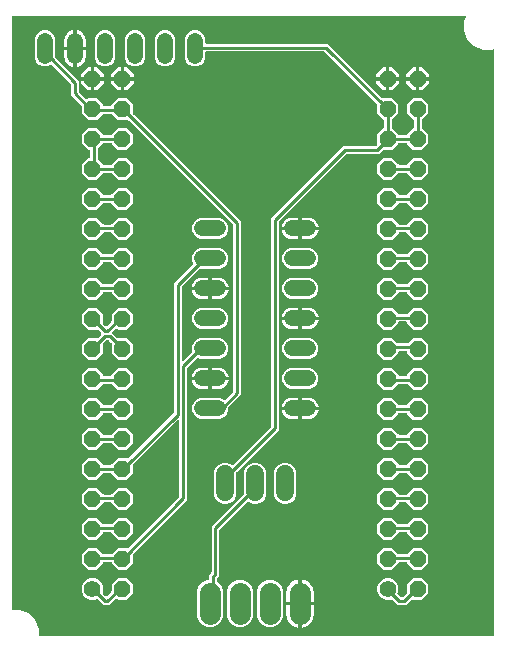
<source format=gbr>
G04 EAGLE Gerber RS-274X export*
G75*
%MOMM*%
%FSLAX34Y34*%
%LPD*%
%INTop Copper*%
%IPPOS*%
%AMOC8*
5,1,8,0,0,1.08239X$1,22.5*%
G01*
%ADD10C,1.422400*%
%ADD11P,1.539592X8X112.500000*%
%ADD12C,1.320800*%
%ADD13C,1.524000*%
%ADD14C,1.800000*%
%ADD15C,0.254000*%

G36*
X582698Y111764D02*
X582698Y111764D01*
X582717Y111762D01*
X582819Y111784D01*
X582921Y111800D01*
X582938Y111810D01*
X582958Y111814D01*
X583047Y111867D01*
X583138Y111916D01*
X583152Y111930D01*
X583169Y111940D01*
X583236Y112019D01*
X583308Y112094D01*
X583316Y112112D01*
X583329Y112127D01*
X583368Y112223D01*
X583411Y112317D01*
X583413Y112337D01*
X583421Y112355D01*
X583439Y112522D01*
X583439Y608004D01*
X583432Y608049D01*
X583434Y608095D01*
X583412Y608170D01*
X583400Y608247D01*
X583378Y608287D01*
X583365Y608332D01*
X583321Y608396D01*
X583284Y608464D01*
X583251Y608496D01*
X583225Y608534D01*
X583162Y608580D01*
X583106Y608634D01*
X583065Y608653D01*
X583028Y608680D01*
X582953Y608704D01*
X582883Y608737D01*
X582837Y608742D01*
X582794Y608756D01*
X582716Y608756D01*
X582639Y608764D01*
X582594Y608755D01*
X582548Y608754D01*
X582417Y608716D01*
X582398Y608712D01*
X582394Y608709D01*
X582387Y608707D01*
X581860Y608489D01*
X573840Y608489D01*
X566430Y611559D01*
X560759Y617230D01*
X557689Y624640D01*
X557689Y632660D01*
X559233Y636387D01*
X559243Y636431D01*
X559263Y636473D01*
X559271Y636550D01*
X559289Y636626D01*
X559285Y636672D01*
X559290Y636717D01*
X559273Y636794D01*
X559266Y636871D01*
X559247Y636913D01*
X559238Y636958D01*
X559198Y637025D01*
X559166Y637096D01*
X559135Y637130D01*
X559111Y637169D01*
X559052Y637220D01*
X559000Y637277D01*
X558959Y637299D01*
X558924Y637329D01*
X558852Y637358D01*
X558784Y637395D01*
X558739Y637404D01*
X558696Y637421D01*
X558560Y637436D01*
X558542Y637439D01*
X558537Y637438D01*
X558530Y637439D01*
X176022Y637439D01*
X176002Y637436D01*
X175983Y637438D01*
X175881Y637416D01*
X175779Y637400D01*
X175762Y637390D01*
X175742Y637386D01*
X175653Y637333D01*
X175562Y637284D01*
X175548Y637270D01*
X175531Y637260D01*
X175464Y637181D01*
X175392Y637106D01*
X175384Y637088D01*
X175371Y637073D01*
X175332Y636977D01*
X175289Y636883D01*
X175287Y636863D01*
X175279Y636845D01*
X175261Y636678D01*
X175261Y135222D01*
X175264Y135202D01*
X175262Y135183D01*
X175284Y135081D01*
X175300Y134979D01*
X175310Y134962D01*
X175314Y134942D01*
X175367Y134853D01*
X175416Y134762D01*
X175430Y134748D01*
X175440Y134731D01*
X175519Y134664D01*
X175594Y134592D01*
X175612Y134584D01*
X175627Y134571D01*
X175723Y134532D01*
X175817Y134489D01*
X175837Y134487D01*
X175855Y134479D01*
X176022Y134461D01*
X181810Y134461D01*
X189220Y131391D01*
X194891Y125720D01*
X197961Y118310D01*
X197961Y112522D01*
X197964Y112502D01*
X197962Y112483D01*
X197984Y112381D01*
X198000Y112279D01*
X198010Y112262D01*
X198014Y112242D01*
X198067Y112153D01*
X198116Y112062D01*
X198130Y112048D01*
X198140Y112031D01*
X198219Y111964D01*
X198294Y111892D01*
X198312Y111884D01*
X198327Y111871D01*
X198423Y111832D01*
X198517Y111789D01*
X198537Y111787D01*
X198555Y111779D01*
X198722Y111761D01*
X582678Y111761D01*
X582698Y111764D01*
G37*
%LPC*%
G36*
X353680Y224027D02*
X353680Y224027D01*
X350132Y225497D01*
X347417Y228212D01*
X345947Y231760D01*
X345947Y250840D01*
X347417Y254388D01*
X350132Y257103D01*
X353680Y258573D01*
X357520Y258573D01*
X361068Y257103D01*
X361076Y257095D01*
X361092Y257084D01*
X361104Y257068D01*
X361192Y257012D01*
X361276Y256952D01*
X361295Y256946D01*
X361311Y256935D01*
X361412Y256910D01*
X361511Y256879D01*
X361531Y256880D01*
X361550Y256875D01*
X361653Y256883D01*
X361757Y256886D01*
X361775Y256893D01*
X361795Y256894D01*
X361890Y256934D01*
X361988Y256970D01*
X362003Y256983D01*
X362021Y256990D01*
X362152Y257095D01*
X394238Y289181D01*
X394291Y289255D01*
X394351Y289324D01*
X394363Y289355D01*
X394382Y289381D01*
X394409Y289468D01*
X394443Y289553D01*
X394447Y289594D01*
X394454Y289616D01*
X394453Y289648D01*
X394461Y289719D01*
X394461Y465426D01*
X455832Y526797D01*
X482949Y526797D01*
X483039Y526811D01*
X483130Y526819D01*
X483160Y526831D01*
X483191Y526836D01*
X483272Y526879D01*
X483356Y526915D01*
X483388Y526941D01*
X483409Y526952D01*
X483431Y526975D01*
X483487Y527020D01*
X484479Y528012D01*
X484491Y528028D01*
X484506Y528040D01*
X484562Y528128D01*
X484623Y528212D01*
X484628Y528231D01*
X484639Y528247D01*
X484665Y528348D01*
X484695Y528447D01*
X484694Y528467D01*
X484699Y528486D01*
X484691Y528589D01*
X484689Y528692D01*
X484682Y528711D01*
X484680Y528731D01*
X484640Y528826D01*
X484604Y528924D01*
X484592Y528939D01*
X484584Y528957D01*
X484479Y529088D01*
X484155Y529412D01*
X484155Y536988D01*
X489512Y542345D01*
X489712Y542345D01*
X489732Y542348D01*
X489751Y542346D01*
X489853Y542368D01*
X489955Y542384D01*
X489972Y542394D01*
X489992Y542398D01*
X490081Y542451D01*
X490172Y542500D01*
X490186Y542514D01*
X490203Y542524D01*
X490270Y542603D01*
X490342Y542678D01*
X490350Y542696D01*
X490363Y542711D01*
X490402Y542807D01*
X490445Y542901D01*
X490447Y542921D01*
X490455Y542939D01*
X490473Y543106D01*
X490473Y548694D01*
X490470Y548714D01*
X490472Y548733D01*
X490450Y548835D01*
X490434Y548937D01*
X490424Y548954D01*
X490420Y548974D01*
X490367Y549063D01*
X490318Y549154D01*
X490304Y549168D01*
X490294Y549185D01*
X490215Y549252D01*
X490140Y549324D01*
X490122Y549332D01*
X490107Y549345D01*
X490011Y549384D01*
X489917Y549427D01*
X489897Y549429D01*
X489879Y549437D01*
X489712Y549455D01*
X489512Y549455D01*
X484155Y554812D01*
X484155Y562419D01*
X484151Y562447D01*
X484152Y562460D01*
X484140Y562517D01*
X484133Y562600D01*
X484121Y562629D01*
X484116Y562661D01*
X484103Y562684D01*
X484100Y562701D01*
X484067Y562755D01*
X484037Y562826D01*
X484011Y562858D01*
X484000Y562879D01*
X483984Y562894D01*
X483974Y562912D01*
X483957Y562926D01*
X483932Y562957D01*
X440053Y606836D01*
X439979Y606889D01*
X439910Y606949D01*
X439879Y606961D01*
X439853Y606980D01*
X439766Y607007D01*
X439681Y607041D01*
X439640Y607045D01*
X439618Y607052D01*
X439586Y607051D01*
X439515Y607059D01*
X339598Y607059D01*
X339578Y607056D01*
X339559Y607058D01*
X339457Y607036D01*
X339355Y607020D01*
X339338Y607010D01*
X339318Y607006D01*
X339229Y606953D01*
X339138Y606904D01*
X339124Y606890D01*
X339107Y606880D01*
X339040Y606801D01*
X338968Y606726D01*
X338960Y606708D01*
X338947Y606693D01*
X338908Y606597D01*
X338865Y606503D01*
X338863Y606483D01*
X338855Y606465D01*
X338837Y606298D01*
X338837Y601278D01*
X337522Y598104D01*
X335092Y595674D01*
X331918Y594359D01*
X328482Y594359D01*
X325308Y595674D01*
X322878Y598104D01*
X321563Y601278D01*
X321563Y617922D01*
X322878Y621096D01*
X325308Y623526D01*
X328482Y624841D01*
X331918Y624841D01*
X335092Y623526D01*
X337522Y621096D01*
X338837Y617922D01*
X338837Y614426D01*
X338840Y614406D01*
X338838Y614387D01*
X338860Y614285D01*
X338876Y614183D01*
X338886Y614166D01*
X338890Y614146D01*
X338943Y614057D01*
X338992Y613966D01*
X339006Y613952D01*
X339016Y613935D01*
X339095Y613868D01*
X339170Y613796D01*
X339188Y613788D01*
X339203Y613775D01*
X339299Y613736D01*
X339393Y613693D01*
X339413Y613691D01*
X339431Y613683D01*
X339598Y613665D01*
X442566Y613665D01*
X488461Y567770D01*
X488477Y567758D01*
X488489Y567743D01*
X488577Y567687D01*
X488661Y567626D01*
X488680Y567621D01*
X488696Y567610D01*
X488797Y567584D01*
X488896Y567554D01*
X488916Y567555D01*
X488935Y567550D01*
X489038Y567558D01*
X489142Y567560D01*
X489160Y567567D01*
X489180Y567569D01*
X489275Y567609D01*
X489373Y567645D01*
X489388Y567657D01*
X489406Y567665D01*
X489506Y567745D01*
X497088Y567745D01*
X502445Y562388D01*
X502445Y554812D01*
X497302Y549669D01*
X497249Y549595D01*
X497189Y549526D01*
X497177Y549496D01*
X497158Y549469D01*
X497131Y549382D01*
X497097Y549298D01*
X497093Y549257D01*
X497086Y549234D01*
X497087Y549202D01*
X497079Y549131D01*
X497079Y542669D01*
X497093Y542579D01*
X497101Y542488D01*
X497113Y542458D01*
X497118Y542426D01*
X497161Y542346D01*
X497197Y542262D01*
X497223Y542230D01*
X497234Y542209D01*
X497257Y542187D01*
X497302Y542131D01*
X502445Y536988D01*
X502445Y536702D01*
X502448Y536682D01*
X502446Y536663D01*
X502468Y536561D01*
X502484Y536459D01*
X502494Y536442D01*
X502498Y536422D01*
X502551Y536333D01*
X502600Y536242D01*
X502614Y536228D01*
X502624Y536211D01*
X502703Y536144D01*
X502778Y536072D01*
X502796Y536064D01*
X502811Y536051D01*
X502907Y536012D01*
X503001Y535969D01*
X503021Y535967D01*
X503039Y535959D01*
X503206Y535941D01*
X508794Y535941D01*
X508814Y535944D01*
X508833Y535942D01*
X508935Y535964D01*
X509037Y535980D01*
X509054Y535990D01*
X509074Y535994D01*
X509163Y536047D01*
X509254Y536096D01*
X509268Y536110D01*
X509285Y536120D01*
X509352Y536199D01*
X509424Y536274D01*
X509432Y536292D01*
X509445Y536307D01*
X509484Y536403D01*
X509527Y536497D01*
X509529Y536517D01*
X509537Y536535D01*
X509555Y536702D01*
X509555Y536988D01*
X514918Y542350D01*
X514999Y542368D01*
X515101Y542384D01*
X515118Y542394D01*
X515138Y542398D01*
X515227Y542451D01*
X515318Y542500D01*
X515332Y542514D01*
X515349Y542524D01*
X515416Y542603D01*
X515488Y542678D01*
X515496Y542696D01*
X515509Y542711D01*
X515548Y542807D01*
X515591Y542901D01*
X515593Y542921D01*
X515601Y542939D01*
X515619Y543106D01*
X515619Y548694D01*
X515616Y548714D01*
X515618Y548733D01*
X515596Y548835D01*
X515580Y548937D01*
X515570Y548954D01*
X515566Y548974D01*
X515513Y549063D01*
X515464Y549154D01*
X515450Y549168D01*
X515440Y549185D01*
X515361Y549252D01*
X515286Y549324D01*
X515268Y549332D01*
X515253Y549345D01*
X515157Y549384D01*
X515063Y549427D01*
X515043Y549429D01*
X515025Y549437D01*
X514919Y549449D01*
X509555Y554812D01*
X509555Y562388D01*
X514912Y567745D01*
X522488Y567745D01*
X527845Y562388D01*
X527845Y554812D01*
X522448Y549415D01*
X522395Y549341D01*
X522335Y549272D01*
X522323Y549242D01*
X522304Y549215D01*
X522277Y549128D01*
X522243Y549044D01*
X522239Y549003D01*
X522232Y548980D01*
X522233Y548948D01*
X522225Y548877D01*
X522225Y542923D01*
X522239Y542833D01*
X522247Y542742D01*
X522259Y542712D01*
X522264Y542680D01*
X522307Y542600D01*
X522343Y542516D01*
X522369Y542484D01*
X522380Y542463D01*
X522403Y542441D01*
X522448Y542385D01*
X527845Y536988D01*
X527845Y529412D01*
X522488Y524055D01*
X514912Y524055D01*
X509855Y529112D01*
X509781Y529165D01*
X509712Y529225D01*
X509682Y529237D01*
X509655Y529256D01*
X509568Y529283D01*
X509484Y529317D01*
X509443Y529321D01*
X509420Y529328D01*
X509388Y529327D01*
X509317Y529335D01*
X502683Y529335D01*
X502593Y529321D01*
X502502Y529313D01*
X502472Y529301D01*
X502440Y529296D01*
X502360Y529253D01*
X502276Y529217D01*
X502244Y529191D01*
X502223Y529180D01*
X502201Y529157D01*
X502145Y529112D01*
X497088Y524055D01*
X490179Y524055D01*
X490089Y524041D01*
X489998Y524033D01*
X489969Y524021D01*
X489937Y524016D01*
X489856Y523973D01*
X489772Y523937D01*
X489740Y523911D01*
X489719Y523900D01*
X489697Y523877D01*
X489641Y523832D01*
X486000Y520191D01*
X458883Y520191D01*
X458793Y520177D01*
X458702Y520169D01*
X458673Y520157D01*
X458641Y520152D01*
X458560Y520109D01*
X458476Y520073D01*
X458444Y520047D01*
X458423Y520036D01*
X458401Y520013D01*
X458345Y519968D01*
X401290Y462913D01*
X401237Y462839D01*
X401177Y462770D01*
X401165Y462739D01*
X401146Y462713D01*
X401119Y462626D01*
X401085Y462541D01*
X401081Y462500D01*
X401074Y462478D01*
X401075Y462446D01*
X401067Y462375D01*
X401067Y286668D01*
X365476Y251077D01*
X365423Y251003D01*
X365363Y250934D01*
X365351Y250903D01*
X365332Y250877D01*
X365305Y250790D01*
X365271Y250705D01*
X365267Y250664D01*
X365260Y250642D01*
X365261Y250610D01*
X365253Y250539D01*
X365253Y231760D01*
X363783Y228212D01*
X361068Y225497D01*
X357520Y224027D01*
X353680Y224027D01*
G37*
%LPD*%
%LPC*%
G36*
X239512Y168455D02*
X239512Y168455D01*
X234155Y173812D01*
X234155Y181388D01*
X239512Y186745D01*
X247088Y186745D01*
X251999Y181834D01*
X252073Y181781D01*
X252142Y181721D01*
X252172Y181709D01*
X252199Y181690D01*
X252286Y181663D01*
X252370Y181629D01*
X252411Y181625D01*
X252434Y181618D01*
X252466Y181619D01*
X252537Y181611D01*
X259463Y181611D01*
X259553Y181625D01*
X259644Y181633D01*
X259674Y181645D01*
X259706Y181650D01*
X259786Y181693D01*
X259870Y181729D01*
X259902Y181755D01*
X259923Y181766D01*
X259945Y181789D01*
X260001Y181834D01*
X264912Y186745D01*
X272490Y186745D01*
X272491Y186743D01*
X272579Y186687D01*
X272662Y186626D01*
X272681Y186621D01*
X272698Y186610D01*
X272799Y186584D01*
X272897Y186554D01*
X272917Y186555D01*
X272937Y186550D01*
X273040Y186558D01*
X273143Y186560D01*
X273162Y186567D01*
X273182Y186569D01*
X273277Y186609D01*
X273374Y186645D01*
X273390Y186657D01*
X273408Y186665D01*
X273539Y186770D01*
X316514Y229745D01*
X316567Y229819D01*
X316627Y229888D01*
X316639Y229919D01*
X316658Y229945D01*
X316685Y230032D01*
X316719Y230117D01*
X316723Y230158D01*
X316730Y230180D01*
X316729Y230212D01*
X316737Y230283D01*
X316737Y294227D01*
X316726Y294297D01*
X316724Y294369D01*
X316706Y294418D01*
X316698Y294469D01*
X316664Y294533D01*
X316639Y294600D01*
X316607Y294641D01*
X316582Y294687D01*
X316530Y294736D01*
X316486Y294792D01*
X316442Y294820D01*
X316404Y294856D01*
X316339Y294886D01*
X316279Y294925D01*
X316228Y294938D01*
X316181Y294960D01*
X316110Y294968D01*
X316040Y294985D01*
X315988Y294981D01*
X315937Y294987D01*
X315866Y294972D01*
X315795Y294966D01*
X315747Y294946D01*
X315696Y294935D01*
X315635Y294898D01*
X315569Y294870D01*
X315513Y294825D01*
X315485Y294808D01*
X315470Y294791D01*
X315438Y294765D01*
X278068Y257395D01*
X278015Y257321D01*
X277955Y257252D01*
X277943Y257221D01*
X277924Y257195D01*
X277897Y257108D01*
X277863Y257023D01*
X277859Y256982D01*
X277852Y256960D01*
X277853Y256928D01*
X277845Y256857D01*
X277845Y250012D01*
X272488Y244655D01*
X264912Y244655D01*
X259347Y250220D01*
X259273Y250273D01*
X259204Y250333D01*
X259174Y250345D01*
X259147Y250364D01*
X259060Y250391D01*
X258976Y250425D01*
X258935Y250429D01*
X258912Y250436D01*
X258880Y250435D01*
X258809Y250443D01*
X253191Y250443D01*
X253101Y250429D01*
X253010Y250421D01*
X252980Y250409D01*
X252948Y250404D01*
X252868Y250361D01*
X252784Y250325D01*
X252752Y250299D01*
X252731Y250288D01*
X252709Y250265D01*
X252653Y250220D01*
X247088Y244655D01*
X239512Y244655D01*
X234155Y250012D01*
X234155Y257588D01*
X239512Y262945D01*
X247088Y262945D01*
X252497Y257536D01*
X252498Y257530D01*
X252551Y257441D01*
X252600Y257350D01*
X252614Y257336D01*
X252624Y257319D01*
X252703Y257252D01*
X252778Y257180D01*
X252796Y257172D01*
X252811Y257159D01*
X252907Y257120D01*
X253001Y257077D01*
X253021Y257075D01*
X253039Y257067D01*
X253206Y257049D01*
X258794Y257049D01*
X258814Y257052D01*
X258833Y257050D01*
X258935Y257072D01*
X259037Y257088D01*
X259054Y257098D01*
X259074Y257102D01*
X259163Y257155D01*
X259254Y257204D01*
X259268Y257218D01*
X259285Y257228D01*
X259352Y257307D01*
X259424Y257382D01*
X259432Y257400D01*
X259445Y257415D01*
X259484Y257511D01*
X259488Y257520D01*
X264912Y262945D01*
X272488Y262945D01*
X272844Y262589D01*
X272860Y262577D01*
X272872Y262562D01*
X272959Y262506D01*
X273043Y262445D01*
X273062Y262440D01*
X273079Y262429D01*
X273180Y262403D01*
X273278Y262373D01*
X273298Y262374D01*
X273318Y262369D01*
X273421Y262377D01*
X273524Y262379D01*
X273543Y262386D01*
X273563Y262388D01*
X273658Y262428D01*
X273755Y262464D01*
X273771Y262476D01*
X273789Y262484D01*
X273920Y262589D01*
X311942Y300611D01*
X311995Y300685D01*
X312055Y300754D01*
X312067Y300785D01*
X312086Y300811D01*
X312113Y300898D01*
X312147Y300983D01*
X312151Y301024D01*
X312158Y301046D01*
X312157Y301078D01*
X312165Y301149D01*
X312165Y410562D01*
X328479Y426876D01*
X328546Y426970D01*
X328617Y427064D01*
X328619Y427070D01*
X328622Y427075D01*
X328656Y427186D01*
X328693Y427298D01*
X328693Y427304D01*
X328695Y427310D01*
X328692Y427427D01*
X328691Y427544D01*
X328688Y427551D01*
X328688Y427556D01*
X328682Y427574D01*
X328644Y427705D01*
X327659Y430082D01*
X327659Y433518D01*
X328974Y436692D01*
X331404Y439122D01*
X334578Y440437D01*
X351222Y440437D01*
X354396Y439122D01*
X356826Y436692D01*
X358141Y433518D01*
X358141Y430082D01*
X356826Y426908D01*
X354396Y424478D01*
X351222Y423163D01*
X334427Y423163D01*
X334350Y423151D01*
X334243Y423142D01*
X334239Y423141D01*
X334234Y423140D01*
X334204Y423127D01*
X334184Y423124D01*
X334122Y423091D01*
X334017Y423046D01*
X334013Y423043D01*
X334009Y423041D01*
X333998Y423031D01*
X333977Y423014D01*
X333966Y423008D01*
X333955Y422997D01*
X333886Y422941D01*
X318994Y408049D01*
X318941Y407975D01*
X318881Y407906D01*
X318869Y407875D01*
X318850Y407849D01*
X318823Y407762D01*
X318789Y407677D01*
X318785Y407636D01*
X318778Y407614D01*
X318779Y407582D01*
X318771Y407511D01*
X318771Y345853D01*
X318782Y345783D01*
X318784Y345711D01*
X318802Y345662D01*
X318810Y345611D01*
X318844Y345547D01*
X318869Y345480D01*
X318901Y345439D01*
X318926Y345393D01*
X318977Y345344D01*
X319022Y345288D01*
X319066Y345260D01*
X319104Y345224D01*
X319169Y345194D01*
X319229Y345155D01*
X319280Y345142D01*
X319327Y345120D01*
X319398Y345112D01*
X319468Y345095D01*
X319520Y345099D01*
X319571Y345093D01*
X319642Y345108D01*
X319713Y345114D01*
X319761Y345134D01*
X319812Y345145D01*
X319873Y345182D01*
X319939Y345210D01*
X319995Y345255D01*
X320023Y345272D01*
X320038Y345289D01*
X320070Y345315D01*
X327586Y352831D01*
X327654Y352925D01*
X327724Y353019D01*
X327726Y353026D01*
X327730Y353031D01*
X327764Y353141D01*
X327800Y353253D01*
X327800Y353260D01*
X327802Y353266D01*
X327799Y353382D01*
X327798Y353499D01*
X327796Y353506D01*
X327796Y353512D01*
X327789Y353529D01*
X327751Y353660D01*
X327659Y353882D01*
X327659Y357318D01*
X328974Y360492D01*
X331404Y362922D01*
X334578Y364237D01*
X351222Y364237D01*
X354396Y362922D01*
X356826Y360492D01*
X358141Y357318D01*
X358141Y353882D01*
X356826Y350708D01*
X354396Y348278D01*
X351222Y346963D01*
X334578Y346963D01*
X332560Y347799D01*
X332447Y347826D01*
X332333Y347854D01*
X332327Y347854D01*
X332321Y347855D01*
X332204Y347844D01*
X332088Y347835D01*
X332082Y347833D01*
X332076Y347832D01*
X331968Y347784D01*
X331862Y347739D01*
X331856Y347734D01*
X331851Y347732D01*
X331838Y347719D01*
X331731Y347634D01*
X323566Y339469D01*
X323513Y339395D01*
X323453Y339326D01*
X323441Y339295D01*
X323422Y339269D01*
X323395Y339182D01*
X323361Y339097D01*
X323357Y339056D01*
X323350Y339034D01*
X323351Y339002D01*
X323343Y338931D01*
X323343Y227232D01*
X321185Y225074D01*
X278068Y181957D01*
X278015Y181883D01*
X277955Y181814D01*
X277943Y181783D01*
X277924Y181757D01*
X277897Y181670D01*
X277863Y181585D01*
X277859Y181544D01*
X277852Y181522D01*
X277853Y181490D01*
X277845Y181419D01*
X277845Y173812D01*
X272488Y168455D01*
X264912Y168455D01*
X259555Y173812D01*
X259555Y174244D01*
X259552Y174264D01*
X259554Y174283D01*
X259532Y174385D01*
X259516Y174487D01*
X259506Y174504D01*
X259502Y174524D01*
X259449Y174613D01*
X259400Y174704D01*
X259386Y174718D01*
X259376Y174735D01*
X259297Y174802D01*
X259222Y174874D01*
X259204Y174882D01*
X259189Y174895D01*
X259093Y174934D01*
X258999Y174977D01*
X258979Y174979D01*
X258961Y174987D01*
X258794Y175005D01*
X253206Y175005D01*
X253186Y175002D01*
X253167Y175004D01*
X253065Y174982D01*
X252963Y174966D01*
X252946Y174956D01*
X252926Y174952D01*
X252837Y174899D01*
X252746Y174850D01*
X252732Y174836D01*
X252715Y174826D01*
X252648Y174747D01*
X252576Y174672D01*
X252568Y174654D01*
X252555Y174639D01*
X252516Y174543D01*
X252473Y174449D01*
X252471Y174429D01*
X252463Y174411D01*
X252445Y174244D01*
X252445Y173812D01*
X247088Y168455D01*
X239512Y168455D01*
G37*
%LPD*%
%LPC*%
G36*
X334578Y296163D02*
X334578Y296163D01*
X331404Y297478D01*
X328974Y299908D01*
X327659Y303082D01*
X327659Y306518D01*
X328974Y309692D01*
X331404Y312122D01*
X334578Y313437D01*
X351222Y313437D01*
X354404Y312119D01*
X354405Y312118D01*
X354417Y312103D01*
X354504Y312046D01*
X354588Y311986D01*
X354607Y311980D01*
X354624Y311970D01*
X354725Y311944D01*
X354823Y311914D01*
X354843Y311914D01*
X354863Y311910D01*
X354965Y311918D01*
X355069Y311920D01*
X355088Y311927D01*
X355108Y311929D01*
X355202Y311969D01*
X355300Y312005D01*
X355316Y312017D01*
X355334Y312025D01*
X355465Y312130D01*
X362234Y318899D01*
X362287Y318973D01*
X362347Y319042D01*
X362359Y319073D01*
X362378Y319099D01*
X362405Y319186D01*
X362439Y319271D01*
X362443Y319312D01*
X362450Y319334D01*
X362449Y319366D01*
X362457Y319437D01*
X362457Y460089D01*
X362443Y460179D01*
X362435Y460270D01*
X362423Y460299D01*
X362418Y460331D01*
X362375Y460412D01*
X362339Y460496D01*
X362313Y460528D01*
X362302Y460549D01*
X362279Y460571D01*
X362234Y460627D01*
X273485Y549376D01*
X273469Y549388D01*
X273456Y549403D01*
X273369Y549459D01*
X273285Y549520D01*
X273266Y549525D01*
X273250Y549536D01*
X273149Y549562D01*
X273050Y549592D01*
X273030Y549591D01*
X273011Y549596D01*
X272908Y549588D01*
X272804Y549586D01*
X272786Y549579D01*
X272766Y549577D01*
X272671Y549537D01*
X272573Y549501D01*
X272558Y549489D01*
X272539Y549481D01*
X272508Y549455D01*
X264912Y549455D01*
X260109Y554258D01*
X260035Y554311D01*
X259966Y554371D01*
X259936Y554383D01*
X259909Y554402D01*
X259822Y554429D01*
X259738Y554463D01*
X259697Y554467D01*
X259674Y554474D01*
X259642Y554473D01*
X259571Y554481D01*
X252429Y554481D01*
X252339Y554467D01*
X252248Y554459D01*
X252218Y554447D01*
X252186Y554442D01*
X252106Y554399D01*
X252022Y554363D01*
X251990Y554337D01*
X251969Y554326D01*
X251947Y554303D01*
X251891Y554258D01*
X247088Y549455D01*
X239512Y549455D01*
X234155Y554812D01*
X234155Y560959D01*
X234141Y561049D01*
X234133Y561140D01*
X234121Y561169D01*
X234116Y561201D01*
X234073Y561282D01*
X234037Y561366D01*
X234011Y561398D01*
X234000Y561419D01*
X233977Y561441D01*
X233932Y561497D01*
X225297Y570132D01*
X225297Y578961D01*
X225283Y579051D01*
X225275Y579142D01*
X225263Y579171D01*
X225258Y579203D01*
X225215Y579284D01*
X225179Y579368D01*
X225153Y579400D01*
X225142Y579421D01*
X225119Y579443D01*
X225074Y579499D01*
X209022Y595551D01*
X208929Y595618D01*
X208834Y595689D01*
X208828Y595691D01*
X208823Y595694D01*
X208712Y595728D01*
X208600Y595765D01*
X208594Y595765D01*
X208588Y595767D01*
X208471Y595764D01*
X208354Y595763D01*
X208347Y595760D01*
X208342Y595760D01*
X208324Y595754D01*
X208193Y595716D01*
X204918Y594359D01*
X201482Y594359D01*
X198308Y595674D01*
X195878Y598104D01*
X194563Y601278D01*
X194563Y617922D01*
X195878Y621096D01*
X198308Y623526D01*
X201482Y624841D01*
X204918Y624841D01*
X208092Y623526D01*
X210522Y621096D01*
X211837Y617922D01*
X211837Y602393D01*
X211851Y602303D01*
X211859Y602212D01*
X211871Y602183D01*
X211876Y602151D01*
X211919Y602070D01*
X211955Y601986D01*
X211981Y601954D01*
X211992Y601933D01*
X212015Y601911D01*
X212060Y601855D01*
X229745Y584170D01*
X231903Y582012D01*
X231903Y573183D01*
X231917Y573093D01*
X231925Y573002D01*
X231937Y572973D01*
X231942Y572941D01*
X231985Y572860D01*
X232021Y572776D01*
X232047Y572744D01*
X232058Y572723D01*
X232081Y572701D01*
X232126Y572645D01*
X237731Y567040D01*
X237747Y567028D01*
X237759Y567013D01*
X237847Y566957D01*
X237931Y566896D01*
X237950Y566891D01*
X237966Y566880D01*
X238067Y566854D01*
X238166Y566824D01*
X238186Y566825D01*
X238205Y566820D01*
X238308Y566828D01*
X238411Y566830D01*
X238430Y566837D01*
X238450Y566839D01*
X238545Y566879D01*
X238643Y566915D01*
X238658Y566927D01*
X238676Y566935D01*
X238807Y567040D01*
X239512Y567745D01*
X247088Y567745D01*
X252445Y562388D01*
X252445Y561848D01*
X252448Y561828D01*
X252446Y561809D01*
X252468Y561707D01*
X252484Y561605D01*
X252494Y561588D01*
X252498Y561568D01*
X252551Y561479D01*
X252600Y561388D01*
X252614Y561374D01*
X252624Y561357D01*
X252703Y561290D01*
X252778Y561218D01*
X252796Y561210D01*
X252811Y561197D01*
X252907Y561158D01*
X253001Y561115D01*
X253021Y561113D01*
X253039Y561105D01*
X253206Y561087D01*
X258794Y561087D01*
X258814Y561090D01*
X258833Y561088D01*
X258935Y561110D01*
X259037Y561126D01*
X259054Y561136D01*
X259074Y561140D01*
X259163Y561193D01*
X259254Y561242D01*
X259268Y561256D01*
X259285Y561266D01*
X259352Y561345D01*
X259424Y561420D01*
X259432Y561438D01*
X259445Y561453D01*
X259484Y561549D01*
X259527Y561643D01*
X259529Y561663D01*
X259537Y561681D01*
X259555Y561848D01*
X259555Y562388D01*
X264912Y567745D01*
X272488Y567745D01*
X277845Y562388D01*
X277845Y554673D01*
X277859Y554583D01*
X277867Y554492D01*
X277879Y554463D01*
X277884Y554431D01*
X277927Y554350D01*
X277963Y554266D01*
X277989Y554234D01*
X278000Y554213D01*
X278023Y554191D01*
X278068Y554135D01*
X369063Y463140D01*
X369063Y316386D01*
X358364Y305687D01*
X358311Y305613D01*
X358251Y305544D01*
X358239Y305513D01*
X358220Y305487D01*
X358193Y305400D01*
X358159Y305315D01*
X358155Y305274D01*
X358148Y305252D01*
X358149Y305220D01*
X358141Y305149D01*
X358141Y303082D01*
X356826Y299908D01*
X354396Y297478D01*
X351222Y296163D01*
X334578Y296163D01*
G37*
%LPD*%
%LPC*%
G36*
X340705Y119667D02*
X340705Y119667D01*
X336650Y121347D01*
X333547Y124450D01*
X331867Y128505D01*
X331867Y150895D01*
X333547Y154950D01*
X336650Y158053D01*
X340705Y159733D01*
X341122Y159733D01*
X341142Y159736D01*
X341161Y159734D01*
X341263Y159756D01*
X341365Y159772D01*
X341382Y159782D01*
X341402Y159786D01*
X341491Y159839D01*
X341582Y159888D01*
X341596Y159902D01*
X341613Y159912D01*
X341680Y159991D01*
X341752Y160066D01*
X341760Y160084D01*
X341773Y160099D01*
X341812Y160195D01*
X341855Y160289D01*
X341857Y160309D01*
X341865Y160327D01*
X341883Y160494D01*
X341883Y163674D01*
X343946Y165737D01*
X343999Y165811D01*
X344059Y165880D01*
X344071Y165911D01*
X344090Y165937D01*
X344117Y166024D01*
X344151Y166109D01*
X344155Y166150D01*
X344162Y166172D01*
X344161Y166204D01*
X344169Y166275D01*
X344169Y204822D01*
X346327Y206980D01*
X371124Y231777D01*
X371177Y231851D01*
X371237Y231920D01*
X371249Y231951D01*
X371268Y231977D01*
X371295Y232064D01*
X371329Y232149D01*
X371333Y232190D01*
X371340Y232212D01*
X371339Y232244D01*
X371347Y232315D01*
X371347Y250840D01*
X372817Y254388D01*
X375532Y257103D01*
X379080Y258573D01*
X382920Y258573D01*
X386468Y257103D01*
X389183Y254388D01*
X390653Y250840D01*
X390653Y231760D01*
X389183Y228212D01*
X386468Y225497D01*
X382920Y224027D01*
X379080Y224027D01*
X375532Y225497D01*
X375397Y225632D01*
X375381Y225643D01*
X375369Y225659D01*
X375281Y225715D01*
X375197Y225775D01*
X375178Y225781D01*
X375162Y225792D01*
X375061Y225817D01*
X374962Y225848D01*
X374942Y225847D01*
X374923Y225852D01*
X374820Y225844D01*
X374716Y225841D01*
X374698Y225834D01*
X374678Y225833D01*
X374583Y225793D01*
X374485Y225757D01*
X374470Y225744D01*
X374452Y225737D01*
X374321Y225632D01*
X350998Y202309D01*
X350945Y202235D01*
X350885Y202166D01*
X350873Y202135D01*
X350854Y202109D01*
X350827Y202022D01*
X350793Y201937D01*
X350789Y201896D01*
X350782Y201874D01*
X350783Y201842D01*
X350775Y201771D01*
X350775Y163224D01*
X348712Y161161D01*
X348659Y161087D01*
X348599Y161018D01*
X348587Y160987D01*
X348568Y160961D01*
X348541Y160874D01*
X348507Y160789D01*
X348503Y160748D01*
X348496Y160726D01*
X348497Y160694D01*
X348489Y160623D01*
X348489Y158835D01*
X348507Y158721D01*
X348525Y158604D01*
X348527Y158599D01*
X348528Y158593D01*
X348583Y158490D01*
X348636Y158385D01*
X348641Y158381D01*
X348644Y158375D01*
X348728Y158295D01*
X348812Y158213D01*
X348818Y158209D01*
X348822Y158206D01*
X348839Y158198D01*
X348959Y158132D01*
X349150Y158053D01*
X352253Y154950D01*
X353933Y150895D01*
X353933Y128505D01*
X352253Y124450D01*
X349150Y121347D01*
X345095Y119667D01*
X340705Y119667D01*
G37*
%LPD*%
%LPC*%
G36*
X239512Y346255D02*
X239512Y346255D01*
X234155Y351612D01*
X234155Y359188D01*
X239512Y364545D01*
X247159Y364545D01*
X247171Y364537D01*
X247272Y364511D01*
X247370Y364481D01*
X247390Y364482D01*
X247410Y364477D01*
X247513Y364485D01*
X247616Y364487D01*
X247635Y364494D01*
X247655Y364496D01*
X247750Y364536D01*
X247847Y364572D01*
X247863Y364584D01*
X247881Y364592D01*
X247951Y364648D01*
X247956Y364651D01*
X247961Y364656D01*
X248012Y364697D01*
X250220Y366905D01*
X250823Y367508D01*
X250835Y367524D01*
X250850Y367536D01*
X250906Y367624D01*
X250966Y367707D01*
X250972Y367726D01*
X250983Y367743D01*
X251008Y367844D01*
X251039Y367943D01*
X251038Y367962D01*
X251043Y367982D01*
X251035Y368085D01*
X251032Y368188D01*
X251026Y368207D01*
X251024Y368227D01*
X250984Y368322D01*
X250948Y368419D01*
X250936Y368435D01*
X250928Y368453D01*
X250823Y368584D01*
X250220Y369187D01*
X247958Y371449D01*
X247942Y371461D01*
X247930Y371476D01*
X247842Y371532D01*
X247758Y371593D01*
X247739Y371598D01*
X247723Y371609D01*
X247622Y371635D01*
X247523Y371665D01*
X247503Y371664D01*
X247484Y371669D01*
X247381Y371661D01*
X247278Y371659D01*
X247268Y371655D01*
X239512Y371655D01*
X234155Y377012D01*
X234155Y384588D01*
X239512Y389945D01*
X247088Y389945D01*
X252445Y384588D01*
X252445Y376865D01*
X252443Y376860D01*
X252413Y376762D01*
X252414Y376742D01*
X252409Y376722D01*
X252417Y376619D01*
X252419Y376516D01*
X252426Y376497D01*
X252428Y376477D01*
X252468Y376382D01*
X252504Y376285D01*
X252516Y376269D01*
X252524Y376251D01*
X252629Y376120D01*
X254351Y374398D01*
X254367Y374386D01*
X254379Y374371D01*
X254467Y374315D01*
X254550Y374255D01*
X254569Y374249D01*
X254586Y374238D01*
X254687Y374213D01*
X254786Y374182D01*
X254805Y374183D01*
X254825Y374178D01*
X254928Y374186D01*
X255031Y374189D01*
X255050Y374195D01*
X255070Y374197D01*
X255165Y374237D01*
X255262Y374273D01*
X255278Y374285D01*
X255296Y374293D01*
X255427Y374398D01*
X259332Y378303D01*
X259385Y378377D01*
X259445Y378446D01*
X259457Y378477D01*
X259476Y378503D01*
X259503Y378590D01*
X259537Y378675D01*
X259541Y378716D01*
X259548Y378738D01*
X259547Y378770D01*
X259555Y378841D01*
X259555Y384588D01*
X264912Y389945D01*
X272488Y389945D01*
X277845Y384588D01*
X277845Y377012D01*
X272488Y371655D01*
X264912Y371655D01*
X264007Y372560D01*
X263991Y372572D01*
X263979Y372587D01*
X263891Y372643D01*
X263808Y372704D01*
X263789Y372709D01*
X263772Y372720D01*
X263671Y372746D01*
X263573Y372776D01*
X263553Y372775D01*
X263533Y372780D01*
X263430Y372772D01*
X263327Y372770D01*
X263308Y372763D01*
X263288Y372761D01*
X263193Y372721D01*
X263096Y372685D01*
X263080Y372673D01*
X263062Y372665D01*
X262931Y372560D01*
X260098Y369727D01*
X260086Y369711D01*
X260071Y369699D01*
X260015Y369611D01*
X259955Y369528D01*
X259949Y369509D01*
X259938Y369492D01*
X259913Y369391D01*
X259882Y369292D01*
X259883Y369273D01*
X259878Y369253D01*
X259886Y369150D01*
X259889Y369047D01*
X259895Y369028D01*
X259897Y369008D01*
X259937Y368913D01*
X259973Y368816D01*
X259985Y368800D01*
X259993Y368782D01*
X260098Y368651D01*
X264020Y364729D01*
X264036Y364717D01*
X264048Y364702D01*
X264136Y364646D01*
X264220Y364585D01*
X264239Y364580D01*
X264255Y364569D01*
X264356Y364543D01*
X264455Y364513D01*
X264475Y364514D01*
X264494Y364509D01*
X264597Y364517D01*
X264700Y364519D01*
X264719Y364526D01*
X264739Y364528D01*
X264779Y364545D01*
X272488Y364545D01*
X277845Y359188D01*
X277845Y351612D01*
X272488Y346255D01*
X264912Y346255D01*
X259555Y351612D01*
X259555Y359385D01*
X259565Y359416D01*
X259564Y359436D01*
X259569Y359456D01*
X259561Y359559D01*
X259559Y359662D01*
X259552Y359681D01*
X259550Y359701D01*
X259510Y359796D01*
X259474Y359893D01*
X259462Y359909D01*
X259454Y359927D01*
X259349Y360058D01*
X257173Y362234D01*
X257099Y362287D01*
X257030Y362347D01*
X256999Y362359D01*
X256973Y362378D01*
X256886Y362405D01*
X256801Y362439D01*
X256760Y362443D01*
X256738Y362450D01*
X256706Y362449D01*
X256635Y362457D01*
X255429Y362457D01*
X255339Y362443D01*
X255248Y362435D01*
X255219Y362423D01*
X255187Y362418D01*
X255106Y362375D01*
X255022Y362339D01*
X254990Y362313D01*
X254969Y362302D01*
X254947Y362279D01*
X254891Y362234D01*
X252668Y360011D01*
X252615Y359937D01*
X252555Y359868D01*
X252543Y359837D01*
X252524Y359811D01*
X252497Y359724D01*
X252463Y359639D01*
X252459Y359598D01*
X252452Y359576D01*
X252453Y359544D01*
X252445Y359473D01*
X252445Y351612D01*
X247088Y346255D01*
X239512Y346255D01*
G37*
%LPD*%
%LPC*%
G36*
X239512Y498655D02*
X239512Y498655D01*
X234155Y504012D01*
X234155Y511588D01*
X239512Y516945D01*
X240538Y516945D01*
X240558Y516948D01*
X240577Y516946D01*
X240679Y516968D01*
X240781Y516984D01*
X240798Y516994D01*
X240818Y516998D01*
X240907Y517051D01*
X240998Y517100D01*
X241012Y517114D01*
X241029Y517124D01*
X241096Y517203D01*
X241168Y517278D01*
X241176Y517296D01*
X241189Y517311D01*
X241228Y517407D01*
X241271Y517501D01*
X241273Y517521D01*
X241281Y517539D01*
X241299Y517706D01*
X241299Y523294D01*
X241296Y523314D01*
X241298Y523333D01*
X241276Y523435D01*
X241260Y523537D01*
X241250Y523554D01*
X241246Y523574D01*
X241193Y523663D01*
X241144Y523754D01*
X241130Y523768D01*
X241120Y523785D01*
X241041Y523852D01*
X240966Y523924D01*
X240948Y523932D01*
X240933Y523945D01*
X240837Y523984D01*
X240743Y524027D01*
X240723Y524029D01*
X240705Y524037D01*
X240538Y524055D01*
X239512Y524055D01*
X234155Y529412D01*
X234155Y536988D01*
X239512Y542345D01*
X247088Y542345D01*
X252445Y536988D01*
X252445Y536702D01*
X252448Y536682D01*
X252446Y536663D01*
X252468Y536561D01*
X252484Y536459D01*
X252494Y536442D01*
X252498Y536422D01*
X252551Y536333D01*
X252600Y536242D01*
X252614Y536228D01*
X252624Y536211D01*
X252703Y536144D01*
X252778Y536072D01*
X252796Y536064D01*
X252811Y536051D01*
X252907Y536012D01*
X253001Y535969D01*
X253021Y535967D01*
X253039Y535959D01*
X253206Y535941D01*
X258794Y535941D01*
X258814Y535944D01*
X258833Y535942D01*
X258935Y535964D01*
X259037Y535980D01*
X259054Y535990D01*
X259074Y535994D01*
X259163Y536047D01*
X259254Y536096D01*
X259268Y536110D01*
X259285Y536120D01*
X259352Y536199D01*
X259424Y536274D01*
X259432Y536292D01*
X259445Y536307D01*
X259484Y536403D01*
X259527Y536497D01*
X259529Y536517D01*
X259537Y536535D01*
X259555Y536702D01*
X259555Y536988D01*
X264912Y542345D01*
X272488Y542345D01*
X277845Y536988D01*
X277845Y529412D01*
X272488Y524055D01*
X264912Y524055D01*
X259855Y529112D01*
X259781Y529165D01*
X259712Y529225D01*
X259682Y529237D01*
X259655Y529256D01*
X259568Y529283D01*
X259484Y529317D01*
X259443Y529321D01*
X259420Y529328D01*
X259388Y529327D01*
X259317Y529335D01*
X252683Y529335D01*
X252593Y529321D01*
X252502Y529313D01*
X252472Y529301D01*
X252440Y529296D01*
X252360Y529253D01*
X252276Y529217D01*
X252244Y529191D01*
X252223Y529180D01*
X252201Y529157D01*
X252145Y529112D01*
X248128Y525095D01*
X248075Y525021D01*
X248015Y524952D01*
X248003Y524922D01*
X247984Y524895D01*
X247957Y524808D01*
X247923Y524724D01*
X247919Y524683D01*
X247912Y524660D01*
X247913Y524628D01*
X247905Y524557D01*
X247905Y516443D01*
X247919Y516353D01*
X247927Y516262D01*
X247939Y516232D01*
X247944Y516200D01*
X247987Y516120D01*
X248023Y516036D01*
X248049Y516004D01*
X248060Y515983D01*
X248083Y515961D01*
X248128Y515905D01*
X252445Y511588D01*
X252445Y511556D01*
X252448Y511536D01*
X252446Y511517D01*
X252468Y511415D01*
X252484Y511313D01*
X252494Y511296D01*
X252498Y511276D01*
X252551Y511187D01*
X252600Y511096D01*
X252614Y511082D01*
X252624Y511065D01*
X252703Y510998D01*
X252778Y510926D01*
X252796Y510918D01*
X252811Y510905D01*
X252907Y510866D01*
X253001Y510823D01*
X253021Y510821D01*
X253039Y510813D01*
X253206Y510795D01*
X258794Y510795D01*
X258814Y510798D01*
X258833Y510796D01*
X258935Y510818D01*
X259037Y510834D01*
X259054Y510844D01*
X259074Y510848D01*
X259163Y510901D01*
X259254Y510950D01*
X259268Y510964D01*
X259285Y510974D01*
X259352Y511053D01*
X259424Y511128D01*
X259432Y511146D01*
X259445Y511161D01*
X259484Y511257D01*
X259527Y511351D01*
X259529Y511371D01*
X259537Y511389D01*
X259555Y511556D01*
X259555Y511588D01*
X264912Y516945D01*
X272488Y516945D01*
X277845Y511588D01*
X277845Y504012D01*
X272488Y498655D01*
X264912Y498655D01*
X259601Y503966D01*
X259527Y504019D01*
X259458Y504079D01*
X259428Y504091D01*
X259401Y504110D01*
X259314Y504137D01*
X259230Y504171D01*
X259189Y504175D01*
X259166Y504182D01*
X259134Y504181D01*
X259063Y504189D01*
X252937Y504189D01*
X252847Y504175D01*
X252756Y504167D01*
X252726Y504155D01*
X252694Y504150D01*
X252614Y504107D01*
X252530Y504071D01*
X252498Y504045D01*
X252477Y504034D01*
X252455Y504011D01*
X252399Y503966D01*
X247088Y498655D01*
X239512Y498655D01*
G37*
%LPD*%
%LPC*%
G36*
X391505Y119667D02*
X391505Y119667D01*
X387450Y121347D01*
X384347Y124450D01*
X382667Y128505D01*
X382667Y150895D01*
X384347Y154950D01*
X387450Y158053D01*
X391505Y159733D01*
X395895Y159733D01*
X399950Y158053D01*
X403053Y154950D01*
X404733Y150895D01*
X404733Y128505D01*
X403053Y124450D01*
X399950Y121347D01*
X395895Y119667D01*
X391505Y119667D01*
G37*
%LPD*%
%LPC*%
G36*
X366105Y119667D02*
X366105Y119667D01*
X362050Y121347D01*
X358947Y124450D01*
X357267Y128505D01*
X357267Y150895D01*
X358947Y154950D01*
X362050Y158053D01*
X366105Y159733D01*
X370495Y159733D01*
X374550Y158053D01*
X377653Y154950D01*
X379333Y150895D01*
X379333Y128505D01*
X377653Y124450D01*
X374550Y121347D01*
X370495Y119667D01*
X366105Y119667D01*
G37*
%LPD*%
%LPC*%
G36*
X501552Y138429D02*
X501552Y138429D01*
X499394Y140587D01*
X496756Y143225D01*
X496661Y143293D01*
X496568Y143363D01*
X496562Y143365D01*
X496557Y143368D01*
X496445Y143403D01*
X496334Y143439D01*
X496328Y143439D01*
X496322Y143441D01*
X496205Y143438D01*
X496088Y143437D01*
X496081Y143435D01*
X496076Y143434D01*
X496058Y143428D01*
X495927Y143390D01*
X495119Y143055D01*
X491481Y143055D01*
X488120Y144447D01*
X485547Y147020D01*
X484155Y150381D01*
X484155Y154019D01*
X485547Y157380D01*
X488120Y159953D01*
X491481Y161345D01*
X495119Y161345D01*
X498480Y159953D01*
X501053Y157380D01*
X502445Y154019D01*
X502445Y150381D01*
X501613Y148374D01*
X501586Y148259D01*
X501558Y148147D01*
X501559Y148141D01*
X501557Y148134D01*
X501568Y148018D01*
X501577Y147902D01*
X501580Y147896D01*
X501580Y147890D01*
X501628Y147782D01*
X501674Y147675D01*
X501678Y147669D01*
X501680Y147665D01*
X501693Y147651D01*
X501778Y147544D01*
X504065Y145258D01*
X504139Y145205D01*
X504208Y145145D01*
X504239Y145133D01*
X504265Y145114D01*
X504352Y145087D01*
X504437Y145053D01*
X504478Y145049D01*
X504500Y145042D01*
X504532Y145043D01*
X504603Y145035D01*
X505809Y145035D01*
X505899Y145049D01*
X505990Y145057D01*
X506019Y145069D01*
X506051Y145074D01*
X506132Y145117D01*
X506216Y145153D01*
X506248Y145179D01*
X506269Y145190D01*
X506291Y145213D01*
X506347Y145258D01*
X509332Y148243D01*
X509385Y148317D01*
X509445Y148386D01*
X509457Y148417D01*
X509476Y148443D01*
X509503Y148530D01*
X509537Y148615D01*
X509541Y148656D01*
X509548Y148678D01*
X509547Y148710D01*
X509555Y148781D01*
X509555Y155988D01*
X514912Y161345D01*
X522488Y161345D01*
X527845Y155988D01*
X527845Y148412D01*
X522488Y143055D01*
X514912Y143055D01*
X514737Y143230D01*
X514721Y143242D01*
X514709Y143257D01*
X514622Y143313D01*
X514538Y143374D01*
X514519Y143379D01*
X514502Y143390D01*
X514402Y143416D01*
X514303Y143446D01*
X514283Y143445D01*
X514263Y143450D01*
X514160Y143442D01*
X514057Y143440D01*
X514038Y143433D01*
X514018Y143431D01*
X513923Y143391D01*
X513826Y143355D01*
X513810Y143343D01*
X513792Y143335D01*
X513661Y143230D01*
X508860Y138429D01*
X501552Y138429D01*
G37*
%LPD*%
%LPC*%
G36*
X252378Y138429D02*
X252378Y138429D01*
X250220Y140587D01*
X247340Y143467D01*
X247245Y143535D01*
X247152Y143605D01*
X247146Y143607D01*
X247141Y143610D01*
X247029Y143645D01*
X246918Y143681D01*
X246912Y143681D01*
X246906Y143683D01*
X246789Y143680D01*
X246672Y143679D01*
X246665Y143676D01*
X246660Y143676D01*
X246642Y143670D01*
X246511Y143632D01*
X245119Y143055D01*
X241481Y143055D01*
X238120Y144447D01*
X235547Y147020D01*
X234155Y150381D01*
X234155Y154019D01*
X235547Y157380D01*
X238120Y159953D01*
X241481Y161345D01*
X245119Y161345D01*
X248480Y159953D01*
X251053Y157380D01*
X252445Y154019D01*
X252445Y150381D01*
X251855Y148958D01*
X251829Y148844D01*
X251800Y148731D01*
X251801Y148725D01*
X251799Y148719D01*
X251810Y148602D01*
X251819Y148486D01*
X251822Y148480D01*
X251822Y148474D01*
X251870Y148366D01*
X251916Y148259D01*
X251920Y148254D01*
X251922Y148249D01*
X251935Y148235D01*
X252020Y148128D01*
X254351Y145798D01*
X254367Y145786D01*
X254379Y145771D01*
X254467Y145715D01*
X254550Y145655D01*
X254569Y145649D01*
X254586Y145638D01*
X254687Y145613D01*
X254786Y145582D01*
X254805Y145583D01*
X254825Y145578D01*
X254928Y145586D01*
X255031Y145589D01*
X255050Y145595D01*
X255070Y145597D01*
X255165Y145637D01*
X255262Y145673D01*
X255278Y145685D01*
X255296Y145693D01*
X255427Y145798D01*
X259332Y149703D01*
X259385Y149777D01*
X259445Y149846D01*
X259457Y149877D01*
X259476Y149903D01*
X259503Y149990D01*
X259537Y150075D01*
X259541Y150116D01*
X259548Y150138D01*
X259547Y150170D01*
X259555Y150241D01*
X259555Y155988D01*
X264912Y161345D01*
X272488Y161345D01*
X277845Y155988D01*
X277845Y148412D01*
X272488Y143055D01*
X264912Y143055D01*
X264007Y143960D01*
X263991Y143972D01*
X263979Y143987D01*
X263891Y144043D01*
X263808Y144104D01*
X263789Y144109D01*
X263772Y144120D01*
X263671Y144146D01*
X263573Y144176D01*
X263553Y144175D01*
X263533Y144180D01*
X263430Y144172D01*
X263327Y144170D01*
X263308Y144163D01*
X263288Y144161D01*
X263193Y144121D01*
X263096Y144085D01*
X263080Y144073D01*
X263062Y144065D01*
X262931Y143960D01*
X257400Y138429D01*
X252378Y138429D01*
G37*
%LPD*%
%LPC*%
G36*
X489512Y346255D02*
X489512Y346255D01*
X484155Y351612D01*
X484155Y359188D01*
X489512Y364545D01*
X497088Y364545D01*
X501491Y360142D01*
X501565Y360089D01*
X501634Y360029D01*
X501664Y360017D01*
X501691Y359998D01*
X501778Y359971D01*
X501862Y359937D01*
X501903Y359933D01*
X501926Y359926D01*
X501958Y359927D01*
X502029Y359919D01*
X509971Y359919D01*
X510061Y359933D01*
X510152Y359941D01*
X510182Y359953D01*
X510214Y359958D01*
X510294Y360001D01*
X510378Y360037D01*
X510410Y360063D01*
X510431Y360074D01*
X510439Y360083D01*
X510440Y360083D01*
X510455Y360099D01*
X510509Y360142D01*
X514912Y364545D01*
X522488Y364545D01*
X527845Y359188D01*
X527845Y351612D01*
X522488Y346255D01*
X514912Y346255D01*
X509555Y351612D01*
X509555Y352552D01*
X509552Y352572D01*
X509554Y352591D01*
X509532Y352693D01*
X509516Y352795D01*
X509506Y352812D01*
X509502Y352832D01*
X509449Y352921D01*
X509400Y353012D01*
X509386Y353026D01*
X509376Y353043D01*
X509297Y353110D01*
X509222Y353182D01*
X509204Y353190D01*
X509189Y353203D01*
X509093Y353242D01*
X508999Y353285D01*
X508979Y353287D01*
X508961Y353295D01*
X508794Y353313D01*
X503206Y353313D01*
X503186Y353310D01*
X503167Y353312D01*
X503065Y353290D01*
X502963Y353274D01*
X502946Y353264D01*
X502926Y353260D01*
X502837Y353207D01*
X502746Y353158D01*
X502732Y353144D01*
X502715Y353134D01*
X502648Y353055D01*
X502576Y352980D01*
X502568Y352962D01*
X502555Y352947D01*
X502516Y352851D01*
X502473Y352757D01*
X502471Y352737D01*
X502463Y352719D01*
X502445Y352552D01*
X502445Y351612D01*
X497088Y346255D01*
X489512Y346255D01*
G37*
%LPD*%
%LPC*%
G36*
X489512Y371655D02*
X489512Y371655D01*
X484155Y377012D01*
X484155Y384588D01*
X489512Y389945D01*
X497088Y389945D01*
X501745Y385288D01*
X501819Y385235D01*
X501888Y385175D01*
X501918Y385163D01*
X501945Y385144D01*
X502032Y385117D01*
X502116Y385083D01*
X502157Y385079D01*
X502180Y385072D01*
X502212Y385073D01*
X502283Y385065D01*
X509717Y385065D01*
X509807Y385079D01*
X509898Y385087D01*
X509928Y385099D01*
X509960Y385104D01*
X510040Y385147D01*
X510124Y385183D01*
X510156Y385209D01*
X510177Y385220D01*
X510199Y385243D01*
X510255Y385288D01*
X514912Y389945D01*
X522488Y389945D01*
X527845Y384588D01*
X527845Y377012D01*
X522488Y371655D01*
X514912Y371655D01*
X509555Y377012D01*
X509555Y377698D01*
X509552Y377718D01*
X509554Y377737D01*
X509532Y377839D01*
X509516Y377941D01*
X509506Y377958D01*
X509502Y377978D01*
X509449Y378067D01*
X509400Y378158D01*
X509386Y378172D01*
X509376Y378189D01*
X509297Y378256D01*
X509222Y378328D01*
X509204Y378336D01*
X509189Y378349D01*
X509093Y378388D01*
X508999Y378431D01*
X508979Y378433D01*
X508961Y378441D01*
X508794Y378459D01*
X503206Y378459D01*
X503186Y378456D01*
X503167Y378458D01*
X503065Y378436D01*
X502963Y378420D01*
X502946Y378410D01*
X502926Y378406D01*
X502837Y378353D01*
X502746Y378304D01*
X502732Y378290D01*
X502715Y378280D01*
X502648Y378201D01*
X502576Y378126D01*
X502568Y378108D01*
X502555Y378093D01*
X502516Y377997D01*
X502473Y377903D01*
X502471Y377883D01*
X502463Y377865D01*
X502445Y377698D01*
X502445Y377012D01*
X497088Y371655D01*
X489512Y371655D01*
G37*
%LPD*%
%LPC*%
G36*
X489512Y473255D02*
X489512Y473255D01*
X484155Y478612D01*
X484155Y486188D01*
X489512Y491545D01*
X497088Y491545D01*
X502497Y486136D01*
X502498Y486130D01*
X502551Y486041D01*
X502600Y485950D01*
X502614Y485936D01*
X502624Y485919D01*
X502703Y485852D01*
X502778Y485780D01*
X502796Y485772D01*
X502811Y485759D01*
X502907Y485720D01*
X503001Y485677D01*
X503021Y485675D01*
X503039Y485667D01*
X503206Y485649D01*
X508794Y485649D01*
X508814Y485652D01*
X508833Y485650D01*
X508935Y485672D01*
X509037Y485688D01*
X509054Y485698D01*
X509074Y485702D01*
X509163Y485755D01*
X509254Y485804D01*
X509268Y485818D01*
X509285Y485828D01*
X509352Y485907D01*
X509424Y485982D01*
X509432Y486000D01*
X509445Y486015D01*
X509484Y486111D01*
X509488Y486120D01*
X514912Y491545D01*
X522488Y491545D01*
X527845Y486188D01*
X527845Y478612D01*
X522488Y473255D01*
X514912Y473255D01*
X509347Y478820D01*
X509273Y478873D01*
X509204Y478933D01*
X509174Y478945D01*
X509147Y478964D01*
X509060Y478991D01*
X508976Y479025D01*
X508935Y479029D01*
X508912Y479036D01*
X508880Y479035D01*
X508809Y479043D01*
X503191Y479043D01*
X503101Y479029D01*
X503010Y479021D01*
X502980Y479009D01*
X502948Y479004D01*
X502868Y478961D01*
X502784Y478925D01*
X502752Y478899D01*
X502731Y478888D01*
X502709Y478865D01*
X502653Y478820D01*
X497088Y473255D01*
X489512Y473255D01*
G37*
%LPD*%
%LPC*%
G36*
X489512Y244655D02*
X489512Y244655D01*
X484155Y250012D01*
X484155Y257588D01*
X489512Y262945D01*
X497088Y262945D01*
X502497Y257536D01*
X502498Y257530D01*
X502551Y257441D01*
X502600Y257350D01*
X502614Y257336D01*
X502624Y257319D01*
X502703Y257252D01*
X502778Y257180D01*
X502796Y257172D01*
X502811Y257159D01*
X502907Y257120D01*
X503001Y257077D01*
X503021Y257075D01*
X503039Y257067D01*
X503206Y257049D01*
X508794Y257049D01*
X508814Y257052D01*
X508833Y257050D01*
X508935Y257072D01*
X509037Y257088D01*
X509054Y257098D01*
X509074Y257102D01*
X509163Y257155D01*
X509254Y257204D01*
X509268Y257218D01*
X509285Y257228D01*
X509352Y257307D01*
X509424Y257382D01*
X509432Y257400D01*
X509445Y257415D01*
X509484Y257511D01*
X509488Y257520D01*
X514912Y262945D01*
X522488Y262945D01*
X527845Y257588D01*
X527845Y250012D01*
X522488Y244655D01*
X514912Y244655D01*
X509347Y250220D01*
X509273Y250273D01*
X509204Y250333D01*
X509174Y250345D01*
X509147Y250364D01*
X509060Y250391D01*
X508976Y250425D01*
X508935Y250429D01*
X508912Y250436D01*
X508880Y250435D01*
X508809Y250443D01*
X503191Y250443D01*
X503101Y250429D01*
X503010Y250421D01*
X502980Y250409D01*
X502948Y250404D01*
X502868Y250361D01*
X502784Y250325D01*
X502752Y250299D01*
X502731Y250288D01*
X502709Y250265D01*
X502653Y250220D01*
X497088Y244655D01*
X489512Y244655D01*
G37*
%LPD*%
%LPC*%
G36*
X239512Y473255D02*
X239512Y473255D01*
X234155Y478612D01*
X234155Y486188D01*
X239512Y491545D01*
X247088Y491545D01*
X252497Y486136D01*
X252498Y486130D01*
X252551Y486041D01*
X252600Y485950D01*
X252614Y485936D01*
X252624Y485919D01*
X252703Y485852D01*
X252778Y485780D01*
X252796Y485772D01*
X252811Y485759D01*
X252907Y485720D01*
X253001Y485677D01*
X253021Y485675D01*
X253039Y485667D01*
X253206Y485649D01*
X258794Y485649D01*
X258814Y485652D01*
X258833Y485650D01*
X258935Y485672D01*
X259037Y485688D01*
X259054Y485698D01*
X259074Y485702D01*
X259163Y485755D01*
X259254Y485804D01*
X259268Y485818D01*
X259285Y485828D01*
X259352Y485907D01*
X259424Y485982D01*
X259432Y486000D01*
X259445Y486015D01*
X259484Y486111D01*
X259488Y486120D01*
X264912Y491545D01*
X272488Y491545D01*
X277845Y486188D01*
X277845Y478612D01*
X272488Y473255D01*
X264912Y473255D01*
X259347Y478820D01*
X259273Y478873D01*
X259204Y478933D01*
X259174Y478945D01*
X259147Y478964D01*
X259060Y478991D01*
X258976Y479025D01*
X258935Y479029D01*
X258912Y479036D01*
X258880Y479035D01*
X258809Y479043D01*
X253191Y479043D01*
X253101Y479029D01*
X253010Y479021D01*
X252980Y479009D01*
X252948Y479004D01*
X252868Y478961D01*
X252784Y478925D01*
X252752Y478899D01*
X252731Y478888D01*
X252709Y478865D01*
X252653Y478820D01*
X247088Y473255D01*
X239512Y473255D01*
G37*
%LPD*%
%LPC*%
G36*
X239512Y320855D02*
X239512Y320855D01*
X234155Y326212D01*
X234155Y333788D01*
X239512Y339145D01*
X247088Y339145D01*
X252445Y333788D01*
X252445Y333248D01*
X252448Y333228D01*
X252446Y333209D01*
X252468Y333107D01*
X252484Y333005D01*
X252494Y332988D01*
X252498Y332968D01*
X252551Y332879D01*
X252600Y332788D01*
X252614Y332774D01*
X252624Y332757D01*
X252703Y332690D01*
X252778Y332618D01*
X252796Y332610D01*
X252811Y332597D01*
X252907Y332558D01*
X253001Y332515D01*
X253021Y332513D01*
X253039Y332505D01*
X253206Y332487D01*
X258794Y332487D01*
X258814Y332490D01*
X258833Y332488D01*
X258935Y332510D01*
X259037Y332526D01*
X259054Y332536D01*
X259074Y332540D01*
X259163Y332593D01*
X259254Y332642D01*
X259268Y332656D01*
X259285Y332666D01*
X259352Y332745D01*
X259424Y332820D01*
X259432Y332838D01*
X259445Y332853D01*
X259484Y332949D01*
X259527Y333043D01*
X259529Y333063D01*
X259537Y333081D01*
X259555Y333248D01*
X259555Y333788D01*
X264912Y339145D01*
X272488Y339145D01*
X277845Y333788D01*
X277845Y326212D01*
X272488Y320855D01*
X264912Y320855D01*
X260109Y325658D01*
X260035Y325711D01*
X259966Y325771D01*
X259936Y325783D01*
X259909Y325802D01*
X259822Y325829D01*
X259738Y325863D01*
X259697Y325867D01*
X259674Y325874D01*
X259642Y325873D01*
X259571Y325881D01*
X252429Y325881D01*
X252339Y325867D01*
X252248Y325859D01*
X252218Y325847D01*
X252186Y325842D01*
X252106Y325799D01*
X252022Y325763D01*
X251990Y325737D01*
X251969Y325726D01*
X251947Y325703D01*
X251891Y325658D01*
X247088Y320855D01*
X239512Y320855D01*
G37*
%LPD*%
%LPC*%
G36*
X489512Y320855D02*
X489512Y320855D01*
X484155Y326212D01*
X484155Y333788D01*
X489512Y339145D01*
X497088Y339145D01*
X502445Y333788D01*
X502445Y333248D01*
X502448Y333228D01*
X502446Y333209D01*
X502468Y333107D01*
X502484Y333005D01*
X502494Y332988D01*
X502498Y332968D01*
X502551Y332879D01*
X502600Y332788D01*
X502614Y332774D01*
X502624Y332757D01*
X502703Y332690D01*
X502778Y332618D01*
X502796Y332610D01*
X502811Y332597D01*
X502907Y332558D01*
X503001Y332515D01*
X503021Y332513D01*
X503039Y332505D01*
X503206Y332487D01*
X508794Y332487D01*
X508814Y332490D01*
X508833Y332488D01*
X508935Y332510D01*
X509037Y332526D01*
X509054Y332536D01*
X509074Y332540D01*
X509163Y332593D01*
X509254Y332642D01*
X509268Y332656D01*
X509285Y332666D01*
X509352Y332745D01*
X509424Y332820D01*
X509432Y332838D01*
X509445Y332853D01*
X509484Y332949D01*
X509527Y333043D01*
X509529Y333063D01*
X509537Y333081D01*
X509555Y333248D01*
X509555Y333788D01*
X514912Y339145D01*
X522488Y339145D01*
X527845Y333788D01*
X527845Y326212D01*
X522488Y320855D01*
X514912Y320855D01*
X510109Y325658D01*
X510035Y325711D01*
X509966Y325771D01*
X509936Y325783D01*
X509909Y325802D01*
X509822Y325829D01*
X509738Y325863D01*
X509697Y325867D01*
X509674Y325874D01*
X509642Y325873D01*
X509571Y325881D01*
X502429Y325881D01*
X502339Y325867D01*
X502248Y325859D01*
X502218Y325847D01*
X502186Y325842D01*
X502106Y325799D01*
X502022Y325763D01*
X501990Y325737D01*
X501969Y325726D01*
X501947Y325703D01*
X501891Y325658D01*
X497088Y320855D01*
X489512Y320855D01*
G37*
%LPD*%
%LPC*%
G36*
X489512Y447855D02*
X489512Y447855D01*
X484155Y453212D01*
X484155Y460788D01*
X489512Y466145D01*
X497088Y466145D01*
X502507Y460726D01*
X502581Y460673D01*
X502650Y460613D01*
X502680Y460601D01*
X502707Y460582D01*
X502794Y460555D01*
X502878Y460521D01*
X502919Y460517D01*
X502942Y460510D01*
X502974Y460511D01*
X503045Y460503D01*
X508955Y460503D01*
X509045Y460517D01*
X509136Y460525D01*
X509166Y460537D01*
X509198Y460542D01*
X509278Y460585D01*
X509362Y460621D01*
X509394Y460647D01*
X509415Y460658D01*
X509437Y460681D01*
X509493Y460726D01*
X514912Y466145D01*
X522488Y466145D01*
X527845Y460788D01*
X527845Y453212D01*
X522488Y447855D01*
X514912Y447855D01*
X509544Y453224D01*
X509532Y453277D01*
X509516Y453379D01*
X509506Y453396D01*
X509502Y453416D01*
X509449Y453505D01*
X509400Y453596D01*
X509386Y453610D01*
X509376Y453627D01*
X509297Y453694D01*
X509222Y453766D01*
X509204Y453774D01*
X509189Y453787D01*
X509093Y453826D01*
X508999Y453869D01*
X508979Y453871D01*
X508961Y453879D01*
X508794Y453897D01*
X503206Y453897D01*
X503186Y453894D01*
X503167Y453896D01*
X503065Y453874D01*
X502963Y453858D01*
X502946Y453848D01*
X502926Y453844D01*
X502837Y453791D01*
X502746Y453742D01*
X502732Y453728D01*
X502715Y453718D01*
X502648Y453639D01*
X502576Y453564D01*
X502568Y453546D01*
X502555Y453531D01*
X502516Y453435D01*
X502473Y453341D01*
X502471Y453321D01*
X502463Y453303D01*
X502454Y453222D01*
X497088Y447855D01*
X489512Y447855D01*
G37*
%LPD*%
%LPC*%
G36*
X489512Y219255D02*
X489512Y219255D01*
X484155Y224612D01*
X484155Y232188D01*
X489512Y237545D01*
X497088Y237545D01*
X502507Y232126D01*
X502581Y232073D01*
X502650Y232013D01*
X502680Y232001D01*
X502707Y231982D01*
X502794Y231955D01*
X502878Y231921D01*
X502919Y231917D01*
X502942Y231910D01*
X502974Y231911D01*
X503045Y231903D01*
X508955Y231903D01*
X509045Y231917D01*
X509136Y231925D01*
X509166Y231937D01*
X509198Y231942D01*
X509278Y231985D01*
X509362Y232021D01*
X509394Y232047D01*
X509415Y232058D01*
X509437Y232081D01*
X509493Y232126D01*
X514912Y237545D01*
X522488Y237545D01*
X527845Y232188D01*
X527845Y224612D01*
X522488Y219255D01*
X514912Y219255D01*
X509544Y224624D01*
X509532Y224677D01*
X509516Y224779D01*
X509506Y224796D01*
X509502Y224816D01*
X509449Y224905D01*
X509400Y224996D01*
X509386Y225010D01*
X509376Y225027D01*
X509297Y225094D01*
X509222Y225166D01*
X509204Y225174D01*
X509189Y225187D01*
X509093Y225226D01*
X508999Y225269D01*
X508979Y225271D01*
X508961Y225279D01*
X508794Y225297D01*
X503206Y225297D01*
X503186Y225294D01*
X503167Y225296D01*
X503065Y225274D01*
X502963Y225258D01*
X502946Y225248D01*
X502926Y225244D01*
X502837Y225191D01*
X502746Y225142D01*
X502732Y225128D01*
X502715Y225118D01*
X502648Y225039D01*
X502576Y224964D01*
X502568Y224946D01*
X502555Y224931D01*
X502516Y224835D01*
X502473Y224741D01*
X502471Y224721D01*
X502463Y224703D01*
X502454Y224622D01*
X497088Y219255D01*
X489512Y219255D01*
G37*
%LPD*%
%LPC*%
G36*
X239512Y447855D02*
X239512Y447855D01*
X234155Y453212D01*
X234155Y460788D01*
X239512Y466145D01*
X247088Y466145D01*
X252507Y460726D01*
X252581Y460673D01*
X252650Y460613D01*
X252680Y460601D01*
X252707Y460582D01*
X252794Y460555D01*
X252878Y460521D01*
X252919Y460517D01*
X252942Y460510D01*
X252974Y460511D01*
X253045Y460503D01*
X258955Y460503D01*
X259045Y460517D01*
X259136Y460525D01*
X259166Y460537D01*
X259198Y460542D01*
X259278Y460585D01*
X259362Y460621D01*
X259394Y460647D01*
X259415Y460658D01*
X259437Y460681D01*
X259493Y460726D01*
X264912Y466145D01*
X272488Y466145D01*
X277845Y460788D01*
X277845Y453212D01*
X272488Y447855D01*
X264912Y447855D01*
X259544Y453224D01*
X259532Y453277D01*
X259516Y453379D01*
X259506Y453396D01*
X259502Y453416D01*
X259449Y453505D01*
X259400Y453596D01*
X259386Y453610D01*
X259376Y453627D01*
X259297Y453694D01*
X259222Y453766D01*
X259204Y453774D01*
X259189Y453787D01*
X259093Y453826D01*
X258999Y453869D01*
X258979Y453871D01*
X258961Y453879D01*
X258794Y453897D01*
X253206Y453897D01*
X253186Y453894D01*
X253167Y453896D01*
X253065Y453874D01*
X252963Y453858D01*
X252946Y453848D01*
X252926Y453844D01*
X252837Y453791D01*
X252746Y453742D01*
X252732Y453728D01*
X252715Y453718D01*
X252648Y453639D01*
X252576Y453564D01*
X252568Y453546D01*
X252555Y453531D01*
X252516Y453435D01*
X252473Y453341D01*
X252471Y453321D01*
X252463Y453303D01*
X252454Y453222D01*
X247088Y447855D01*
X239512Y447855D01*
G37*
%LPD*%
%LPC*%
G36*
X239512Y219255D02*
X239512Y219255D01*
X234155Y224612D01*
X234155Y232188D01*
X239512Y237545D01*
X247088Y237545D01*
X252507Y232126D01*
X252581Y232073D01*
X252650Y232013D01*
X252680Y232001D01*
X252707Y231982D01*
X252794Y231955D01*
X252878Y231921D01*
X252919Y231917D01*
X252942Y231910D01*
X252974Y231911D01*
X253045Y231903D01*
X258955Y231903D01*
X259045Y231917D01*
X259136Y231925D01*
X259166Y231937D01*
X259198Y231942D01*
X259278Y231985D01*
X259362Y232021D01*
X259394Y232047D01*
X259415Y232058D01*
X259437Y232081D01*
X259493Y232126D01*
X264912Y237545D01*
X272488Y237545D01*
X277845Y232188D01*
X277845Y224612D01*
X272488Y219255D01*
X264912Y219255D01*
X259544Y224624D01*
X259532Y224677D01*
X259516Y224779D01*
X259506Y224796D01*
X259502Y224816D01*
X259449Y224905D01*
X259400Y224996D01*
X259386Y225010D01*
X259376Y225027D01*
X259297Y225094D01*
X259222Y225166D01*
X259204Y225174D01*
X259189Y225187D01*
X259093Y225226D01*
X258999Y225269D01*
X258979Y225271D01*
X258961Y225279D01*
X258794Y225297D01*
X253206Y225297D01*
X253186Y225294D01*
X253167Y225296D01*
X253065Y225274D01*
X252963Y225258D01*
X252946Y225248D01*
X252926Y225244D01*
X252837Y225191D01*
X252746Y225142D01*
X252732Y225128D01*
X252715Y225118D01*
X252648Y225039D01*
X252576Y224964D01*
X252568Y224946D01*
X252555Y224931D01*
X252516Y224835D01*
X252473Y224741D01*
X252471Y224721D01*
X252463Y224703D01*
X252454Y224622D01*
X247088Y219255D01*
X239512Y219255D01*
G37*
%LPD*%
%LPC*%
G36*
X239512Y397055D02*
X239512Y397055D01*
X234155Y402412D01*
X234155Y409988D01*
X239512Y415345D01*
X247088Y415345D01*
X251999Y410434D01*
X252073Y410381D01*
X252142Y410321D01*
X252172Y410309D01*
X252199Y410290D01*
X252286Y410263D01*
X252370Y410229D01*
X252411Y410225D01*
X252434Y410218D01*
X252466Y410219D01*
X252537Y410211D01*
X259463Y410211D01*
X259553Y410225D01*
X259644Y410233D01*
X259674Y410245D01*
X259706Y410250D01*
X259786Y410293D01*
X259870Y410329D01*
X259902Y410355D01*
X259923Y410366D01*
X259945Y410389D01*
X260001Y410434D01*
X264912Y415345D01*
X272488Y415345D01*
X277845Y409988D01*
X277845Y402412D01*
X272488Y397055D01*
X264912Y397055D01*
X259555Y402412D01*
X259555Y402844D01*
X259552Y402864D01*
X259554Y402883D01*
X259532Y402985D01*
X259516Y403087D01*
X259506Y403104D01*
X259502Y403124D01*
X259449Y403213D01*
X259400Y403304D01*
X259386Y403318D01*
X259376Y403335D01*
X259297Y403402D01*
X259222Y403474D01*
X259204Y403482D01*
X259189Y403495D01*
X259093Y403534D01*
X258999Y403577D01*
X258979Y403579D01*
X258961Y403587D01*
X258794Y403605D01*
X253206Y403605D01*
X253186Y403602D01*
X253167Y403604D01*
X253065Y403582D01*
X252963Y403566D01*
X252946Y403556D01*
X252926Y403552D01*
X252837Y403499D01*
X252746Y403450D01*
X252732Y403436D01*
X252715Y403426D01*
X252648Y403347D01*
X252576Y403272D01*
X252568Y403254D01*
X252555Y403239D01*
X252516Y403143D01*
X252473Y403049D01*
X252471Y403029D01*
X252463Y403011D01*
X252445Y402844D01*
X252445Y402412D01*
X247088Y397055D01*
X239512Y397055D01*
G37*
%LPD*%
%LPC*%
G36*
X489512Y397055D02*
X489512Y397055D01*
X484155Y402412D01*
X484155Y409988D01*
X489512Y415345D01*
X497088Y415345D01*
X501999Y410434D01*
X502073Y410381D01*
X502142Y410321D01*
X502172Y410309D01*
X502199Y410290D01*
X502286Y410263D01*
X502370Y410229D01*
X502411Y410225D01*
X502434Y410218D01*
X502466Y410219D01*
X502537Y410211D01*
X509463Y410211D01*
X509553Y410225D01*
X509644Y410233D01*
X509674Y410245D01*
X509706Y410250D01*
X509786Y410293D01*
X509870Y410329D01*
X509902Y410355D01*
X509923Y410366D01*
X509945Y410389D01*
X510001Y410434D01*
X514912Y415345D01*
X522488Y415345D01*
X527845Y409988D01*
X527845Y402412D01*
X522488Y397055D01*
X514912Y397055D01*
X509555Y402412D01*
X509555Y402844D01*
X509552Y402864D01*
X509554Y402883D01*
X509532Y402985D01*
X509516Y403087D01*
X509506Y403104D01*
X509502Y403124D01*
X509449Y403213D01*
X509400Y403304D01*
X509386Y403318D01*
X509376Y403335D01*
X509297Y403402D01*
X509222Y403474D01*
X509204Y403482D01*
X509189Y403495D01*
X509093Y403534D01*
X508999Y403577D01*
X508979Y403579D01*
X508961Y403587D01*
X508794Y403605D01*
X503206Y403605D01*
X503186Y403602D01*
X503167Y403604D01*
X503065Y403582D01*
X502963Y403566D01*
X502946Y403556D01*
X502926Y403552D01*
X502837Y403499D01*
X502746Y403450D01*
X502732Y403436D01*
X502715Y403426D01*
X502648Y403347D01*
X502576Y403272D01*
X502568Y403254D01*
X502555Y403239D01*
X502516Y403143D01*
X502473Y403049D01*
X502471Y403029D01*
X502463Y403011D01*
X502445Y402844D01*
X502445Y402412D01*
X497088Y397055D01*
X489512Y397055D01*
G37*
%LPD*%
%LPC*%
G36*
X489512Y168455D02*
X489512Y168455D01*
X484155Y173812D01*
X484155Y181388D01*
X489512Y186745D01*
X497088Y186745D01*
X501999Y181834D01*
X502073Y181781D01*
X502142Y181721D01*
X502172Y181709D01*
X502199Y181690D01*
X502286Y181663D01*
X502370Y181629D01*
X502411Y181625D01*
X502434Y181618D01*
X502466Y181619D01*
X502537Y181611D01*
X509463Y181611D01*
X509553Y181625D01*
X509644Y181633D01*
X509674Y181645D01*
X509706Y181650D01*
X509786Y181693D01*
X509870Y181729D01*
X509902Y181755D01*
X509923Y181766D01*
X509945Y181789D01*
X510001Y181834D01*
X514912Y186745D01*
X522488Y186745D01*
X527845Y181388D01*
X527845Y173812D01*
X522488Y168455D01*
X514912Y168455D01*
X509555Y173812D01*
X509555Y174244D01*
X509552Y174264D01*
X509554Y174283D01*
X509532Y174385D01*
X509516Y174487D01*
X509506Y174504D01*
X509502Y174524D01*
X509449Y174613D01*
X509400Y174704D01*
X509386Y174718D01*
X509376Y174735D01*
X509297Y174802D01*
X509222Y174874D01*
X509204Y174882D01*
X509189Y174895D01*
X509093Y174934D01*
X508999Y174977D01*
X508979Y174979D01*
X508961Y174987D01*
X508794Y175005D01*
X503206Y175005D01*
X503186Y175002D01*
X503167Y175004D01*
X503065Y174982D01*
X502963Y174966D01*
X502946Y174956D01*
X502926Y174952D01*
X502837Y174899D01*
X502746Y174850D01*
X502732Y174836D01*
X502715Y174826D01*
X502648Y174747D01*
X502576Y174672D01*
X502568Y174654D01*
X502555Y174639D01*
X502516Y174543D01*
X502473Y174449D01*
X502471Y174429D01*
X502463Y174411D01*
X502445Y174244D01*
X502445Y173812D01*
X497088Y168455D01*
X489512Y168455D01*
G37*
%LPD*%
%LPC*%
G36*
X489512Y498655D02*
X489512Y498655D01*
X484155Y504012D01*
X484155Y511588D01*
X489512Y516945D01*
X497088Y516945D01*
X502445Y511588D01*
X502445Y511556D01*
X502448Y511536D01*
X502446Y511517D01*
X502468Y511415D01*
X502484Y511313D01*
X502494Y511296D01*
X502498Y511276D01*
X502551Y511187D01*
X502600Y511096D01*
X502614Y511082D01*
X502624Y511065D01*
X502703Y510998D01*
X502778Y510926D01*
X502796Y510918D01*
X502811Y510905D01*
X502907Y510866D01*
X503001Y510823D01*
X503021Y510821D01*
X503039Y510813D01*
X503206Y510795D01*
X508794Y510795D01*
X508814Y510798D01*
X508833Y510796D01*
X508935Y510818D01*
X509037Y510834D01*
X509054Y510844D01*
X509074Y510848D01*
X509163Y510901D01*
X509254Y510950D01*
X509268Y510964D01*
X509285Y510974D01*
X509352Y511053D01*
X509424Y511128D01*
X509432Y511146D01*
X509445Y511161D01*
X509484Y511257D01*
X509527Y511351D01*
X509529Y511371D01*
X509537Y511389D01*
X509555Y511556D01*
X509555Y511588D01*
X514912Y516945D01*
X522488Y516945D01*
X527845Y511588D01*
X527845Y504012D01*
X522488Y498655D01*
X514912Y498655D01*
X509601Y503966D01*
X509527Y504019D01*
X509458Y504079D01*
X509428Y504091D01*
X509401Y504110D01*
X509314Y504137D01*
X509230Y504171D01*
X509189Y504175D01*
X509166Y504182D01*
X509134Y504181D01*
X509063Y504189D01*
X502937Y504189D01*
X502847Y504175D01*
X502756Y504167D01*
X502726Y504155D01*
X502694Y504150D01*
X502614Y504107D01*
X502530Y504071D01*
X502498Y504045D01*
X502477Y504034D01*
X502455Y504011D01*
X502399Y503966D01*
X497088Y498655D01*
X489512Y498655D01*
G37*
%LPD*%
%LPC*%
G36*
X239512Y270055D02*
X239512Y270055D01*
X234155Y275412D01*
X234155Y282988D01*
X239512Y288345D01*
X247088Y288345D01*
X252445Y282988D01*
X252445Y282956D01*
X252448Y282936D01*
X252446Y282917D01*
X252468Y282815D01*
X252484Y282713D01*
X252494Y282696D01*
X252498Y282676D01*
X252551Y282587D01*
X252600Y282496D01*
X252614Y282482D01*
X252624Y282465D01*
X252703Y282398D01*
X252778Y282326D01*
X252796Y282318D01*
X252811Y282305D01*
X252907Y282266D01*
X253001Y282223D01*
X253021Y282221D01*
X253039Y282213D01*
X253206Y282195D01*
X258794Y282195D01*
X258814Y282198D01*
X258833Y282196D01*
X258935Y282218D01*
X259037Y282234D01*
X259054Y282244D01*
X259074Y282248D01*
X259163Y282301D01*
X259254Y282350D01*
X259268Y282364D01*
X259285Y282374D01*
X259352Y282453D01*
X259424Y282528D01*
X259432Y282546D01*
X259445Y282561D01*
X259484Y282657D01*
X259527Y282751D01*
X259529Y282771D01*
X259537Y282789D01*
X259555Y282956D01*
X259555Y282988D01*
X264912Y288345D01*
X272488Y288345D01*
X277845Y282988D01*
X277845Y275412D01*
X272488Y270055D01*
X264912Y270055D01*
X259601Y275366D01*
X259527Y275419D01*
X259458Y275479D01*
X259428Y275491D01*
X259401Y275510D01*
X259314Y275537D01*
X259230Y275571D01*
X259189Y275575D01*
X259166Y275582D01*
X259134Y275581D01*
X259063Y275589D01*
X252937Y275589D01*
X252847Y275575D01*
X252756Y275567D01*
X252726Y275555D01*
X252694Y275550D01*
X252614Y275507D01*
X252530Y275471D01*
X252498Y275445D01*
X252477Y275434D01*
X252455Y275411D01*
X252399Y275366D01*
X247088Y270055D01*
X239512Y270055D01*
G37*
%LPD*%
%LPC*%
G36*
X489512Y270055D02*
X489512Y270055D01*
X484155Y275412D01*
X484155Y282988D01*
X489512Y288345D01*
X497088Y288345D01*
X502445Y282988D01*
X502445Y282956D01*
X502448Y282936D01*
X502446Y282917D01*
X502468Y282815D01*
X502484Y282713D01*
X502494Y282696D01*
X502498Y282676D01*
X502551Y282587D01*
X502600Y282496D01*
X502614Y282482D01*
X502624Y282465D01*
X502703Y282398D01*
X502778Y282326D01*
X502796Y282318D01*
X502811Y282305D01*
X502907Y282266D01*
X503001Y282223D01*
X503021Y282221D01*
X503039Y282213D01*
X503206Y282195D01*
X508794Y282195D01*
X508814Y282198D01*
X508833Y282196D01*
X508935Y282218D01*
X509037Y282234D01*
X509054Y282244D01*
X509074Y282248D01*
X509163Y282301D01*
X509254Y282350D01*
X509268Y282364D01*
X509285Y282374D01*
X509352Y282453D01*
X509424Y282528D01*
X509432Y282546D01*
X509445Y282561D01*
X509484Y282657D01*
X509527Y282751D01*
X509529Y282771D01*
X509537Y282789D01*
X509555Y282956D01*
X509555Y282988D01*
X514912Y288345D01*
X522488Y288345D01*
X527845Y282988D01*
X527845Y275412D01*
X522488Y270055D01*
X514912Y270055D01*
X509601Y275366D01*
X509527Y275419D01*
X509458Y275479D01*
X509428Y275491D01*
X509401Y275510D01*
X509314Y275537D01*
X509230Y275571D01*
X509189Y275575D01*
X509166Y275582D01*
X509134Y275581D01*
X509063Y275589D01*
X502937Y275589D01*
X502847Y275575D01*
X502756Y275567D01*
X502726Y275555D01*
X502694Y275550D01*
X502614Y275507D01*
X502530Y275471D01*
X502498Y275445D01*
X502477Y275434D01*
X502455Y275411D01*
X502399Y275366D01*
X497088Y270055D01*
X489512Y270055D01*
G37*
%LPD*%
%LPC*%
G36*
X239512Y295455D02*
X239512Y295455D01*
X234155Y300812D01*
X234155Y308388D01*
X239512Y313745D01*
X247088Y313745D01*
X252445Y308388D01*
X252445Y308102D01*
X252448Y308082D01*
X252446Y308063D01*
X252468Y307961D01*
X252484Y307859D01*
X252494Y307842D01*
X252498Y307822D01*
X252551Y307733D01*
X252600Y307642D01*
X252614Y307628D01*
X252624Y307611D01*
X252703Y307544D01*
X252778Y307472D01*
X252796Y307464D01*
X252811Y307451D01*
X252907Y307412D01*
X253001Y307369D01*
X253021Y307367D01*
X253039Y307359D01*
X253206Y307341D01*
X258794Y307341D01*
X258814Y307344D01*
X258833Y307342D01*
X258935Y307364D01*
X259037Y307380D01*
X259054Y307390D01*
X259074Y307394D01*
X259163Y307447D01*
X259254Y307496D01*
X259268Y307510D01*
X259285Y307520D01*
X259352Y307599D01*
X259424Y307674D01*
X259432Y307692D01*
X259445Y307707D01*
X259484Y307803D01*
X259527Y307897D01*
X259529Y307917D01*
X259537Y307935D01*
X259555Y308102D01*
X259555Y308388D01*
X264912Y313745D01*
X272488Y313745D01*
X277845Y308388D01*
X277845Y300812D01*
X272488Y295455D01*
X264912Y295455D01*
X259855Y300512D01*
X259781Y300565D01*
X259712Y300625D01*
X259682Y300637D01*
X259655Y300656D01*
X259568Y300683D01*
X259484Y300717D01*
X259443Y300721D01*
X259420Y300728D01*
X259388Y300727D01*
X259317Y300735D01*
X252683Y300735D01*
X252593Y300721D01*
X252502Y300713D01*
X252472Y300701D01*
X252440Y300696D01*
X252360Y300653D01*
X252276Y300617D01*
X252244Y300591D01*
X252223Y300580D01*
X252201Y300557D01*
X252145Y300512D01*
X247088Y295455D01*
X239512Y295455D01*
G37*
%LPD*%
%LPC*%
G36*
X489512Y295455D02*
X489512Y295455D01*
X484155Y300812D01*
X484155Y308388D01*
X489512Y313745D01*
X497088Y313745D01*
X502445Y308388D01*
X502445Y308102D01*
X502448Y308082D01*
X502446Y308063D01*
X502468Y307961D01*
X502484Y307859D01*
X502494Y307842D01*
X502498Y307822D01*
X502551Y307733D01*
X502600Y307642D01*
X502614Y307628D01*
X502624Y307611D01*
X502703Y307544D01*
X502778Y307472D01*
X502796Y307464D01*
X502811Y307451D01*
X502907Y307412D01*
X503001Y307369D01*
X503021Y307367D01*
X503039Y307359D01*
X503206Y307341D01*
X508794Y307341D01*
X508814Y307344D01*
X508833Y307342D01*
X508935Y307364D01*
X509037Y307380D01*
X509054Y307390D01*
X509074Y307394D01*
X509163Y307447D01*
X509254Y307496D01*
X509268Y307510D01*
X509285Y307520D01*
X509352Y307599D01*
X509424Y307674D01*
X509432Y307692D01*
X509445Y307707D01*
X509484Y307803D01*
X509527Y307897D01*
X509529Y307917D01*
X509537Y307935D01*
X509555Y308102D01*
X509555Y308388D01*
X514912Y313745D01*
X522488Y313745D01*
X527845Y308388D01*
X527845Y300812D01*
X522488Y295455D01*
X514912Y295455D01*
X509855Y300512D01*
X509781Y300565D01*
X509712Y300625D01*
X509682Y300637D01*
X509655Y300656D01*
X509568Y300683D01*
X509484Y300717D01*
X509443Y300721D01*
X509420Y300728D01*
X509388Y300727D01*
X509317Y300735D01*
X502683Y300735D01*
X502593Y300721D01*
X502502Y300713D01*
X502472Y300701D01*
X502440Y300696D01*
X502360Y300653D01*
X502276Y300617D01*
X502244Y300591D01*
X502223Y300580D01*
X502201Y300557D01*
X502145Y300512D01*
X497088Y295455D01*
X489512Y295455D01*
G37*
%LPD*%
%LPC*%
G36*
X489512Y193855D02*
X489512Y193855D01*
X484155Y199212D01*
X484155Y206788D01*
X489512Y212145D01*
X497088Y212145D01*
X502253Y206980D01*
X502327Y206927D01*
X502396Y206867D01*
X502426Y206855D01*
X502453Y206836D01*
X502540Y206809D01*
X502624Y206775D01*
X502665Y206771D01*
X502688Y206764D01*
X502720Y206765D01*
X502791Y206757D01*
X509209Y206757D01*
X509299Y206771D01*
X509390Y206779D01*
X509420Y206791D01*
X509452Y206796D01*
X509532Y206839D01*
X509616Y206875D01*
X509648Y206901D01*
X509669Y206912D01*
X509691Y206935D01*
X509747Y206980D01*
X514912Y212145D01*
X522488Y212145D01*
X527845Y206788D01*
X527845Y199212D01*
X522488Y193855D01*
X514912Y193855D01*
X509555Y199212D01*
X509555Y199390D01*
X509552Y199410D01*
X509554Y199429D01*
X509532Y199531D01*
X509516Y199633D01*
X509506Y199650D01*
X509502Y199670D01*
X509449Y199759D01*
X509400Y199850D01*
X509386Y199864D01*
X509376Y199881D01*
X509297Y199948D01*
X509222Y200020D01*
X509204Y200028D01*
X509189Y200041D01*
X509093Y200080D01*
X508999Y200123D01*
X508979Y200125D01*
X508961Y200133D01*
X508794Y200151D01*
X503206Y200151D01*
X503186Y200148D01*
X503167Y200150D01*
X503065Y200128D01*
X502963Y200112D01*
X502946Y200102D01*
X502926Y200098D01*
X502837Y200045D01*
X502746Y199996D01*
X502732Y199982D01*
X502715Y199972D01*
X502648Y199893D01*
X502576Y199818D01*
X502568Y199800D01*
X502555Y199785D01*
X502516Y199689D01*
X502473Y199595D01*
X502471Y199575D01*
X502463Y199557D01*
X502445Y199390D01*
X502445Y199212D01*
X497088Y193855D01*
X489512Y193855D01*
G37*
%LPD*%
%LPC*%
G36*
X239512Y193855D02*
X239512Y193855D01*
X234155Y199212D01*
X234155Y206788D01*
X239512Y212145D01*
X247088Y212145D01*
X252253Y206980D01*
X252327Y206927D01*
X252396Y206867D01*
X252426Y206855D01*
X252453Y206836D01*
X252540Y206809D01*
X252624Y206775D01*
X252665Y206771D01*
X252688Y206764D01*
X252720Y206765D01*
X252791Y206757D01*
X259209Y206757D01*
X259299Y206771D01*
X259390Y206779D01*
X259420Y206791D01*
X259452Y206796D01*
X259532Y206839D01*
X259616Y206875D01*
X259648Y206901D01*
X259669Y206912D01*
X259691Y206935D01*
X259747Y206980D01*
X264912Y212145D01*
X272488Y212145D01*
X277845Y206788D01*
X277845Y199212D01*
X272488Y193855D01*
X264912Y193855D01*
X259555Y199212D01*
X259555Y199390D01*
X259552Y199410D01*
X259554Y199429D01*
X259532Y199531D01*
X259516Y199633D01*
X259506Y199650D01*
X259502Y199670D01*
X259449Y199759D01*
X259400Y199850D01*
X259386Y199864D01*
X259376Y199881D01*
X259297Y199948D01*
X259222Y200020D01*
X259204Y200028D01*
X259189Y200041D01*
X259093Y200080D01*
X258999Y200123D01*
X258979Y200125D01*
X258961Y200133D01*
X258794Y200151D01*
X253206Y200151D01*
X253186Y200148D01*
X253167Y200150D01*
X253065Y200128D01*
X252963Y200112D01*
X252946Y200102D01*
X252926Y200098D01*
X252837Y200045D01*
X252746Y199996D01*
X252732Y199982D01*
X252715Y199972D01*
X252648Y199893D01*
X252576Y199818D01*
X252568Y199800D01*
X252555Y199785D01*
X252516Y199689D01*
X252473Y199595D01*
X252471Y199575D01*
X252463Y199557D01*
X252445Y199390D01*
X252445Y199212D01*
X247088Y193855D01*
X239512Y193855D01*
G37*
%LPD*%
%LPC*%
G36*
X489512Y422455D02*
X489512Y422455D01*
X484155Y427812D01*
X484155Y435388D01*
X489512Y440745D01*
X497088Y440745D01*
X502253Y435580D01*
X502327Y435527D01*
X502396Y435467D01*
X502426Y435455D01*
X502453Y435436D01*
X502540Y435409D01*
X502624Y435375D01*
X502665Y435371D01*
X502688Y435364D01*
X502720Y435365D01*
X502791Y435357D01*
X509209Y435357D01*
X509299Y435371D01*
X509390Y435379D01*
X509420Y435391D01*
X509452Y435396D01*
X509532Y435439D01*
X509616Y435475D01*
X509648Y435501D01*
X509669Y435512D01*
X509691Y435535D01*
X509747Y435580D01*
X514912Y440745D01*
X522488Y440745D01*
X527845Y435388D01*
X527845Y427812D01*
X522488Y422455D01*
X514912Y422455D01*
X509555Y427812D01*
X509555Y427990D01*
X509552Y428010D01*
X509554Y428029D01*
X509532Y428131D01*
X509516Y428233D01*
X509506Y428250D01*
X509502Y428270D01*
X509449Y428359D01*
X509400Y428450D01*
X509386Y428464D01*
X509376Y428481D01*
X509297Y428548D01*
X509222Y428620D01*
X509204Y428628D01*
X509189Y428641D01*
X509093Y428680D01*
X508999Y428723D01*
X508979Y428725D01*
X508961Y428733D01*
X508794Y428751D01*
X503206Y428751D01*
X503186Y428748D01*
X503167Y428750D01*
X503065Y428728D01*
X502963Y428712D01*
X502946Y428702D01*
X502926Y428698D01*
X502837Y428645D01*
X502746Y428596D01*
X502732Y428582D01*
X502715Y428572D01*
X502648Y428493D01*
X502576Y428418D01*
X502568Y428400D01*
X502555Y428385D01*
X502516Y428289D01*
X502473Y428195D01*
X502471Y428175D01*
X502463Y428157D01*
X502445Y427990D01*
X502445Y427812D01*
X497088Y422455D01*
X489512Y422455D01*
G37*
%LPD*%
%LPC*%
G36*
X239512Y422455D02*
X239512Y422455D01*
X234155Y427812D01*
X234155Y435388D01*
X239512Y440745D01*
X247088Y440745D01*
X252253Y435580D01*
X252327Y435527D01*
X252396Y435467D01*
X252426Y435455D01*
X252453Y435436D01*
X252540Y435409D01*
X252624Y435375D01*
X252665Y435371D01*
X252688Y435364D01*
X252720Y435365D01*
X252791Y435357D01*
X259209Y435357D01*
X259299Y435371D01*
X259390Y435379D01*
X259420Y435391D01*
X259452Y435396D01*
X259532Y435439D01*
X259616Y435475D01*
X259648Y435501D01*
X259669Y435512D01*
X259691Y435535D01*
X259747Y435580D01*
X264912Y440745D01*
X272488Y440745D01*
X277845Y435388D01*
X277845Y427812D01*
X272488Y422455D01*
X264912Y422455D01*
X259555Y427812D01*
X259555Y427990D01*
X259552Y428010D01*
X259554Y428029D01*
X259532Y428131D01*
X259516Y428233D01*
X259506Y428250D01*
X259502Y428270D01*
X259449Y428359D01*
X259400Y428450D01*
X259386Y428464D01*
X259376Y428481D01*
X259297Y428548D01*
X259222Y428620D01*
X259204Y428628D01*
X259189Y428641D01*
X259093Y428680D01*
X258999Y428723D01*
X258979Y428725D01*
X258961Y428733D01*
X258794Y428751D01*
X253206Y428751D01*
X253186Y428748D01*
X253167Y428750D01*
X253065Y428728D01*
X252963Y428712D01*
X252946Y428702D01*
X252926Y428698D01*
X252837Y428645D01*
X252746Y428596D01*
X252732Y428582D01*
X252715Y428572D01*
X252648Y428493D01*
X252576Y428418D01*
X252568Y428400D01*
X252555Y428385D01*
X252516Y428289D01*
X252473Y428195D01*
X252471Y428175D01*
X252463Y428157D01*
X252445Y427990D01*
X252445Y427812D01*
X247088Y422455D01*
X239512Y422455D01*
G37*
%LPD*%
%LPC*%
G36*
X404480Y224027D02*
X404480Y224027D01*
X400932Y225497D01*
X398217Y228212D01*
X396747Y231760D01*
X396747Y250840D01*
X398217Y254388D01*
X400932Y257103D01*
X404480Y258573D01*
X408320Y258573D01*
X411868Y257103D01*
X414583Y254388D01*
X416053Y250840D01*
X416053Y231760D01*
X414583Y228212D01*
X411868Y225497D01*
X408320Y224027D01*
X404480Y224027D01*
G37*
%LPD*%
%LPC*%
G36*
X410778Y397763D02*
X410778Y397763D01*
X407604Y399078D01*
X405174Y401508D01*
X403859Y404682D01*
X403859Y408118D01*
X405174Y411292D01*
X407604Y413722D01*
X410778Y415037D01*
X427422Y415037D01*
X430596Y413722D01*
X433026Y411292D01*
X434341Y408118D01*
X434341Y404682D01*
X433026Y401508D01*
X430596Y399078D01*
X427422Y397763D01*
X410778Y397763D01*
G37*
%LPD*%
%LPC*%
G36*
X334578Y448563D02*
X334578Y448563D01*
X331404Y449878D01*
X328974Y452308D01*
X327659Y455482D01*
X327659Y458918D01*
X328974Y462092D01*
X331404Y464522D01*
X334578Y465837D01*
X351222Y465837D01*
X354396Y464522D01*
X356826Y462092D01*
X358141Y458918D01*
X358141Y455482D01*
X356826Y452308D01*
X354396Y449878D01*
X351222Y448563D01*
X334578Y448563D01*
G37*
%LPD*%
%LPC*%
G36*
X334578Y372363D02*
X334578Y372363D01*
X331404Y373678D01*
X328974Y376108D01*
X327659Y379282D01*
X327659Y382718D01*
X328974Y385892D01*
X331404Y388322D01*
X334578Y389637D01*
X351222Y389637D01*
X354396Y388322D01*
X356826Y385892D01*
X358141Y382718D01*
X358141Y379282D01*
X356826Y376108D01*
X354396Y373678D01*
X351222Y372363D01*
X334578Y372363D01*
G37*
%LPD*%
%LPC*%
G36*
X252282Y594359D02*
X252282Y594359D01*
X249108Y595674D01*
X246678Y598104D01*
X245363Y601278D01*
X245363Y617922D01*
X246678Y621096D01*
X249108Y623526D01*
X252282Y624841D01*
X255718Y624841D01*
X258892Y623526D01*
X261322Y621096D01*
X262637Y617922D01*
X262637Y601278D01*
X261322Y598104D01*
X258892Y595674D01*
X255718Y594359D01*
X252282Y594359D01*
G37*
%LPD*%
%LPC*%
G36*
X303082Y594359D02*
X303082Y594359D01*
X299908Y595674D01*
X297478Y598104D01*
X296163Y601278D01*
X296163Y617922D01*
X297478Y621096D01*
X299908Y623526D01*
X303082Y624841D01*
X306518Y624841D01*
X309692Y623526D01*
X312122Y621096D01*
X313437Y617922D01*
X313437Y601278D01*
X312122Y598104D01*
X309692Y595674D01*
X306518Y594359D01*
X303082Y594359D01*
G37*
%LPD*%
%LPC*%
G36*
X410778Y346963D02*
X410778Y346963D01*
X407604Y348278D01*
X405174Y350708D01*
X403859Y353882D01*
X403859Y357318D01*
X405174Y360492D01*
X407604Y362922D01*
X410778Y364237D01*
X427422Y364237D01*
X430596Y362922D01*
X433026Y360492D01*
X434341Y357318D01*
X434341Y353882D01*
X433026Y350708D01*
X430596Y348278D01*
X427422Y346963D01*
X410778Y346963D01*
G37*
%LPD*%
%LPC*%
G36*
X277682Y594359D02*
X277682Y594359D01*
X274508Y595674D01*
X272078Y598104D01*
X270763Y601278D01*
X270763Y617922D01*
X272078Y621096D01*
X274508Y623526D01*
X277682Y624841D01*
X281118Y624841D01*
X284292Y623526D01*
X286722Y621096D01*
X288037Y617922D01*
X288037Y601278D01*
X286722Y598104D01*
X284292Y595674D01*
X281118Y594359D01*
X277682Y594359D01*
G37*
%LPD*%
%LPC*%
G36*
X410778Y321563D02*
X410778Y321563D01*
X407604Y322878D01*
X405174Y325308D01*
X403859Y328482D01*
X403859Y331918D01*
X405174Y335092D01*
X407604Y337522D01*
X410778Y338837D01*
X427422Y338837D01*
X430596Y337522D01*
X433026Y335092D01*
X434341Y331918D01*
X434341Y328482D01*
X433026Y325308D01*
X430596Y322878D01*
X427422Y321563D01*
X410778Y321563D01*
G37*
%LPD*%
%LPC*%
G36*
X410778Y423163D02*
X410778Y423163D01*
X407604Y424478D01*
X405174Y426908D01*
X403859Y430082D01*
X403859Y433518D01*
X405174Y436692D01*
X407604Y439122D01*
X410778Y440437D01*
X427422Y440437D01*
X430596Y439122D01*
X433026Y436692D01*
X434341Y433518D01*
X434341Y430082D01*
X433026Y426908D01*
X430596Y424478D01*
X427422Y423163D01*
X410778Y423163D01*
G37*
%LPD*%
%LPC*%
G36*
X420623Y141223D02*
X420623Y141223D01*
X420623Y160143D01*
X421802Y159957D01*
X423530Y159395D01*
X425149Y158571D01*
X426618Y157503D01*
X427903Y156218D01*
X428971Y154749D01*
X429795Y153130D01*
X430357Y151402D01*
X430641Y149608D01*
X430641Y141223D01*
X420623Y141223D01*
G37*
%LPD*%
%LPC*%
G36*
X420623Y138177D02*
X420623Y138177D01*
X430641Y138177D01*
X430641Y129792D01*
X430357Y127998D01*
X429795Y126270D01*
X428971Y124651D01*
X427903Y123182D01*
X426618Y121897D01*
X425149Y120829D01*
X423530Y120005D01*
X421802Y119443D01*
X420623Y119257D01*
X420623Y138177D01*
G37*
%LPD*%
%LPC*%
G36*
X407559Y141223D02*
X407559Y141223D01*
X407559Y149608D01*
X407843Y151402D01*
X408405Y153130D01*
X409229Y154749D01*
X410297Y156218D01*
X411582Y157503D01*
X413051Y158571D01*
X414670Y159395D01*
X416398Y159957D01*
X417577Y160143D01*
X417577Y141223D01*
X407559Y141223D01*
G37*
%LPD*%
%LPC*%
G36*
X416398Y119443D02*
X416398Y119443D01*
X414670Y120005D01*
X413051Y120829D01*
X411582Y121897D01*
X410297Y123182D01*
X409229Y124651D01*
X408405Y126270D01*
X407843Y127998D01*
X407559Y129792D01*
X407559Y138177D01*
X417577Y138177D01*
X417577Y119257D01*
X416398Y119443D01*
G37*
%LPD*%
%LPC*%
G36*
X230123Y611123D02*
X230123Y611123D01*
X230123Y625225D01*
X231267Y624997D01*
X232932Y624308D01*
X234430Y623307D01*
X235703Y622034D01*
X236704Y620536D01*
X237393Y618871D01*
X237745Y617105D01*
X237745Y611123D01*
X230123Y611123D01*
G37*
%LPD*%
%LPC*%
G36*
X344423Y407923D02*
X344423Y407923D01*
X344423Y415545D01*
X350405Y415545D01*
X352171Y415193D01*
X353836Y414504D01*
X355334Y413503D01*
X356607Y412230D01*
X357608Y410732D01*
X358297Y409067D01*
X358525Y407923D01*
X344423Y407923D01*
G37*
%LPD*%
%LPC*%
G36*
X344423Y331723D02*
X344423Y331723D01*
X344423Y339345D01*
X350405Y339345D01*
X352171Y338993D01*
X353836Y338304D01*
X355334Y337303D01*
X356607Y336030D01*
X357608Y334532D01*
X358297Y332867D01*
X358525Y331723D01*
X344423Y331723D01*
G37*
%LPD*%
%LPC*%
G36*
X420623Y382523D02*
X420623Y382523D01*
X420623Y390145D01*
X426605Y390145D01*
X428371Y389793D01*
X430036Y389104D01*
X431534Y388103D01*
X432807Y386830D01*
X433808Y385332D01*
X434497Y383667D01*
X434725Y382523D01*
X420623Y382523D01*
G37*
%LPD*%
%LPC*%
G36*
X420623Y306323D02*
X420623Y306323D01*
X420623Y313945D01*
X426605Y313945D01*
X428371Y313593D01*
X430036Y312904D01*
X431534Y311903D01*
X432807Y310630D01*
X433808Y309132D01*
X434497Y307467D01*
X434725Y306323D01*
X420623Y306323D01*
G37*
%LPD*%
%LPC*%
G36*
X420623Y458723D02*
X420623Y458723D01*
X420623Y466345D01*
X426605Y466345D01*
X428371Y465993D01*
X430036Y465304D01*
X431534Y464303D01*
X432807Y463030D01*
X433808Y461532D01*
X434497Y459867D01*
X434725Y458723D01*
X420623Y458723D01*
G37*
%LPD*%
%LPC*%
G36*
X327275Y407923D02*
X327275Y407923D01*
X327503Y409067D01*
X328192Y410732D01*
X329193Y412230D01*
X330466Y413503D01*
X331964Y414504D01*
X333629Y415193D01*
X335395Y415545D01*
X341377Y415545D01*
X341377Y407923D01*
X327275Y407923D01*
G37*
%LPD*%
%LPC*%
G36*
X403475Y382523D02*
X403475Y382523D01*
X403703Y383667D01*
X404392Y385332D01*
X405393Y386830D01*
X406666Y388103D01*
X408164Y389104D01*
X409829Y389793D01*
X411595Y390145D01*
X417577Y390145D01*
X417577Y382523D01*
X403475Y382523D01*
G37*
%LPD*%
%LPC*%
G36*
X403475Y306323D02*
X403475Y306323D01*
X403703Y307467D01*
X404392Y309132D01*
X405393Y310630D01*
X406666Y311903D01*
X408164Y312904D01*
X409829Y313593D01*
X411595Y313945D01*
X417577Y313945D01*
X417577Y306323D01*
X403475Y306323D01*
G37*
%LPD*%
%LPC*%
G36*
X230123Y608077D02*
X230123Y608077D01*
X237745Y608077D01*
X237745Y602095D01*
X237393Y600329D01*
X236704Y598664D01*
X235703Y597166D01*
X234430Y595893D01*
X232932Y594892D01*
X231267Y594203D01*
X230123Y593975D01*
X230123Y608077D01*
G37*
%LPD*%
%LPC*%
G36*
X403475Y458723D02*
X403475Y458723D01*
X403703Y459867D01*
X404392Y461532D01*
X405393Y463030D01*
X406666Y464303D01*
X408164Y465304D01*
X409829Y465993D01*
X411595Y466345D01*
X417577Y466345D01*
X417577Y458723D01*
X403475Y458723D01*
G37*
%LPD*%
%LPC*%
G36*
X327275Y331723D02*
X327275Y331723D01*
X327503Y332867D01*
X328192Y334532D01*
X329193Y336030D01*
X330466Y337303D01*
X331964Y338304D01*
X333629Y338993D01*
X335395Y339345D01*
X341377Y339345D01*
X341377Y331723D01*
X327275Y331723D01*
G37*
%LPD*%
%LPC*%
G36*
X219455Y611123D02*
X219455Y611123D01*
X219455Y617105D01*
X219807Y618871D01*
X220496Y620536D01*
X221497Y622034D01*
X222770Y623307D01*
X224268Y624308D01*
X225933Y624997D01*
X227077Y625225D01*
X227077Y611123D01*
X219455Y611123D01*
G37*
%LPD*%
%LPC*%
G36*
X344423Y397255D02*
X344423Y397255D01*
X344423Y404877D01*
X358525Y404877D01*
X358297Y403733D01*
X357608Y402068D01*
X356607Y400570D01*
X355334Y399297D01*
X353836Y398296D01*
X352171Y397607D01*
X350405Y397255D01*
X344423Y397255D01*
G37*
%LPD*%
%LPC*%
G36*
X420623Y295655D02*
X420623Y295655D01*
X420623Y303277D01*
X434725Y303277D01*
X434497Y302133D01*
X433808Y300468D01*
X432807Y298970D01*
X431534Y297697D01*
X430036Y296696D01*
X428371Y296007D01*
X426605Y295655D01*
X420623Y295655D01*
G37*
%LPD*%
%LPC*%
G36*
X420623Y448055D02*
X420623Y448055D01*
X420623Y455677D01*
X434725Y455677D01*
X434497Y454533D01*
X433808Y452868D01*
X432807Y451370D01*
X431534Y450097D01*
X430036Y449096D01*
X428371Y448407D01*
X426605Y448055D01*
X420623Y448055D01*
G37*
%LPD*%
%LPC*%
G36*
X344423Y321055D02*
X344423Y321055D01*
X344423Y328677D01*
X358525Y328677D01*
X358297Y327533D01*
X357608Y325868D01*
X356607Y324370D01*
X355334Y323097D01*
X353836Y322096D01*
X352171Y321407D01*
X350405Y321055D01*
X344423Y321055D01*
G37*
%LPD*%
%LPC*%
G36*
X420623Y371855D02*
X420623Y371855D01*
X420623Y379477D01*
X434725Y379477D01*
X434497Y378333D01*
X433808Y376668D01*
X432807Y375170D01*
X431534Y373897D01*
X430036Y372896D01*
X428371Y372207D01*
X426605Y371855D01*
X420623Y371855D01*
G37*
%LPD*%
%LPC*%
G36*
X335395Y321055D02*
X335395Y321055D01*
X333629Y321407D01*
X331964Y322096D01*
X330466Y323097D01*
X329193Y324370D01*
X328192Y325868D01*
X327503Y327533D01*
X327275Y328677D01*
X341377Y328677D01*
X341377Y321055D01*
X335395Y321055D01*
G37*
%LPD*%
%LPC*%
G36*
X411595Y448055D02*
X411595Y448055D01*
X409829Y448407D01*
X408164Y449096D01*
X406666Y450097D01*
X405393Y451370D01*
X404392Y452868D01*
X403703Y454533D01*
X403475Y455677D01*
X417577Y455677D01*
X417577Y448055D01*
X411595Y448055D01*
G37*
%LPD*%
%LPC*%
G36*
X335395Y397255D02*
X335395Y397255D01*
X333629Y397607D01*
X331964Y398296D01*
X330466Y399297D01*
X329193Y400570D01*
X328192Y402068D01*
X327503Y403733D01*
X327275Y404877D01*
X341377Y404877D01*
X341377Y397255D01*
X335395Y397255D01*
G37*
%LPD*%
%LPC*%
G36*
X411595Y295655D02*
X411595Y295655D01*
X409829Y296007D01*
X408164Y296696D01*
X406666Y297697D01*
X405393Y298970D01*
X404392Y300468D01*
X403703Y302133D01*
X403475Y303277D01*
X417577Y303277D01*
X417577Y295655D01*
X411595Y295655D01*
G37*
%LPD*%
%LPC*%
G36*
X411595Y371855D02*
X411595Y371855D01*
X409829Y372207D01*
X408164Y372896D01*
X406666Y373897D01*
X405393Y375170D01*
X404392Y376668D01*
X403703Y378333D01*
X403475Y379477D01*
X417577Y379477D01*
X417577Y371855D01*
X411595Y371855D01*
G37*
%LPD*%
%LPC*%
G36*
X225933Y594203D02*
X225933Y594203D01*
X224268Y594892D01*
X222770Y595893D01*
X221497Y597166D01*
X220496Y598664D01*
X219807Y600329D01*
X219455Y602095D01*
X219455Y608077D01*
X227077Y608077D01*
X227077Y593975D01*
X225933Y594203D01*
G37*
%LPD*%
%LPC*%
G36*
X520223Y585523D02*
X520223Y585523D01*
X520223Y593653D01*
X522698Y593653D01*
X528353Y587998D01*
X528353Y585523D01*
X520223Y585523D01*
G37*
%LPD*%
%LPC*%
G36*
X270223Y585523D02*
X270223Y585523D01*
X270223Y593653D01*
X272698Y593653D01*
X278353Y587998D01*
X278353Y585523D01*
X270223Y585523D01*
G37*
%LPD*%
%LPC*%
G36*
X494823Y585523D02*
X494823Y585523D01*
X494823Y593653D01*
X497298Y593653D01*
X502953Y587998D01*
X502953Y585523D01*
X494823Y585523D01*
G37*
%LPD*%
%LPC*%
G36*
X244823Y585523D02*
X244823Y585523D01*
X244823Y593653D01*
X247298Y593653D01*
X252953Y587998D01*
X252953Y585523D01*
X244823Y585523D01*
G37*
%LPD*%
%LPC*%
G36*
X259047Y585523D02*
X259047Y585523D01*
X259047Y587998D01*
X264702Y593653D01*
X267177Y593653D01*
X267177Y585523D01*
X259047Y585523D01*
G37*
%LPD*%
%LPC*%
G36*
X233647Y585523D02*
X233647Y585523D01*
X233647Y587998D01*
X239302Y593653D01*
X241777Y593653D01*
X241777Y585523D01*
X233647Y585523D01*
G37*
%LPD*%
%LPC*%
G36*
X509047Y585523D02*
X509047Y585523D01*
X509047Y587998D01*
X514702Y593653D01*
X517177Y593653D01*
X517177Y585523D01*
X509047Y585523D01*
G37*
%LPD*%
%LPC*%
G36*
X483647Y585523D02*
X483647Y585523D01*
X483647Y587998D01*
X489302Y593653D01*
X491777Y593653D01*
X491777Y585523D01*
X483647Y585523D01*
G37*
%LPD*%
%LPC*%
G36*
X270223Y574347D02*
X270223Y574347D01*
X270223Y582477D01*
X278353Y582477D01*
X278353Y580002D01*
X272698Y574347D01*
X270223Y574347D01*
G37*
%LPD*%
%LPC*%
G36*
X494823Y574347D02*
X494823Y574347D01*
X494823Y582477D01*
X502953Y582477D01*
X502953Y580002D01*
X497298Y574347D01*
X494823Y574347D01*
G37*
%LPD*%
%LPC*%
G36*
X520223Y574347D02*
X520223Y574347D01*
X520223Y582477D01*
X528353Y582477D01*
X528353Y580002D01*
X522698Y574347D01*
X520223Y574347D01*
G37*
%LPD*%
%LPC*%
G36*
X244823Y574347D02*
X244823Y574347D01*
X244823Y582477D01*
X252953Y582477D01*
X252953Y580002D01*
X247298Y574347D01*
X244823Y574347D01*
G37*
%LPD*%
%LPC*%
G36*
X489302Y574347D02*
X489302Y574347D01*
X483647Y580002D01*
X483647Y582477D01*
X491777Y582477D01*
X491777Y574347D01*
X489302Y574347D01*
G37*
%LPD*%
%LPC*%
G36*
X514702Y574347D02*
X514702Y574347D01*
X509047Y580002D01*
X509047Y582477D01*
X517177Y582477D01*
X517177Y574347D01*
X514702Y574347D01*
G37*
%LPD*%
%LPC*%
G36*
X264702Y574347D02*
X264702Y574347D01*
X259047Y580002D01*
X259047Y582477D01*
X267177Y582477D01*
X267177Y574347D01*
X264702Y574347D01*
G37*
%LPD*%
%LPC*%
G36*
X239302Y574347D02*
X239302Y574347D01*
X233647Y580002D01*
X233647Y582477D01*
X241777Y582477D01*
X241777Y574347D01*
X239302Y574347D01*
G37*
%LPD*%
%LPC*%
G36*
X342899Y406399D02*
X342899Y406399D01*
X342899Y406401D01*
X342901Y406401D01*
X342901Y406399D01*
X342899Y406399D01*
G37*
%LPD*%
%LPC*%
G36*
X419099Y457199D02*
X419099Y457199D01*
X419099Y457201D01*
X419101Y457201D01*
X419101Y457199D01*
X419099Y457199D01*
G37*
%LPD*%
%LPC*%
G36*
X419099Y380999D02*
X419099Y380999D01*
X419099Y381001D01*
X419101Y381001D01*
X419101Y380999D01*
X419099Y380999D01*
G37*
%LPD*%
%LPC*%
G36*
X419099Y304799D02*
X419099Y304799D01*
X419099Y304801D01*
X419101Y304801D01*
X419101Y304799D01*
X419099Y304799D01*
G37*
%LPD*%
%LPC*%
G36*
X243299Y583999D02*
X243299Y583999D01*
X243299Y584001D01*
X243301Y584001D01*
X243301Y583999D01*
X243299Y583999D01*
G37*
%LPD*%
%LPC*%
G36*
X268699Y583999D02*
X268699Y583999D01*
X268699Y584001D01*
X268701Y584001D01*
X268701Y583999D01*
X268699Y583999D01*
G37*
%LPD*%
%LPC*%
G36*
X493299Y583999D02*
X493299Y583999D01*
X493299Y584001D01*
X493301Y584001D01*
X493301Y583999D01*
X493299Y583999D01*
G37*
%LPD*%
%LPC*%
G36*
X518699Y583999D02*
X518699Y583999D01*
X518699Y584001D01*
X518701Y584001D01*
X518701Y583999D01*
X518699Y583999D01*
G37*
%LPD*%
%LPC*%
G36*
X342899Y330199D02*
X342899Y330199D01*
X342899Y330201D01*
X342901Y330201D01*
X342901Y330199D01*
X342899Y330199D01*
G37*
%LPD*%
%LPC*%
G36*
X419099Y139699D02*
X419099Y139699D01*
X419099Y139701D01*
X419101Y139701D01*
X419101Y139699D01*
X419099Y139699D01*
G37*
%LPD*%
%LPC*%
G36*
X228599Y609599D02*
X228599Y609599D01*
X228599Y609601D01*
X228601Y609601D01*
X228601Y609599D01*
X228599Y609599D01*
G37*
%LPD*%
D10*
X493300Y152200D03*
D11*
X518700Y152200D03*
X493300Y177600D03*
X518700Y177600D03*
X493300Y203000D03*
X518700Y203000D03*
X493300Y228400D03*
X518700Y228400D03*
X493300Y253800D03*
X518700Y253800D03*
X493300Y279200D03*
X518700Y279200D03*
X493300Y304600D03*
X518700Y304600D03*
X493300Y330000D03*
X518700Y330000D03*
X493300Y355400D03*
X518700Y355400D03*
X493300Y380800D03*
X518700Y380800D03*
X493300Y406200D03*
X518700Y406200D03*
X493300Y431600D03*
X518700Y431600D03*
X493300Y457000D03*
X518700Y457000D03*
X493300Y482400D03*
X518700Y482400D03*
X493300Y507800D03*
X518700Y507800D03*
X493300Y533200D03*
X518700Y533200D03*
X493300Y558600D03*
X518700Y558600D03*
X493300Y584000D03*
X518700Y584000D03*
D10*
X243300Y152200D03*
D11*
X268700Y152200D03*
X243300Y177600D03*
X268700Y177600D03*
X243300Y203000D03*
X268700Y203000D03*
X243300Y228400D03*
X268700Y228400D03*
X243300Y253800D03*
X268700Y253800D03*
X243300Y279200D03*
X268700Y279200D03*
X243300Y304600D03*
X268700Y304600D03*
X243300Y330000D03*
X268700Y330000D03*
X243300Y355400D03*
X268700Y355400D03*
X243300Y380800D03*
X268700Y380800D03*
X243300Y406200D03*
X268700Y406200D03*
X243300Y431600D03*
X268700Y431600D03*
X243300Y457000D03*
X268700Y457000D03*
X243300Y482400D03*
X268700Y482400D03*
X243300Y507800D03*
X268700Y507800D03*
X243300Y533200D03*
X268700Y533200D03*
X243300Y558600D03*
X268700Y558600D03*
X243300Y584000D03*
X268700Y584000D03*
D12*
X203200Y602996D02*
X203200Y616204D01*
X228600Y616204D02*
X228600Y602996D01*
X254000Y602996D02*
X254000Y616204D01*
X279400Y616204D02*
X279400Y602996D01*
X304800Y602996D02*
X304800Y616204D01*
X330200Y616204D02*
X330200Y602996D01*
X412496Y304800D02*
X425704Y304800D01*
X425704Y330200D02*
X412496Y330200D01*
X412496Y457200D02*
X425704Y457200D01*
X349504Y457200D02*
X336296Y457200D01*
X412496Y355600D02*
X425704Y355600D01*
X425704Y381000D02*
X412496Y381000D01*
X412496Y431800D02*
X425704Y431800D01*
X425704Y406400D02*
X412496Y406400D01*
X349504Y431800D02*
X336296Y431800D01*
X336296Y406400D02*
X349504Y406400D01*
X349504Y381000D02*
X336296Y381000D01*
X336296Y355600D02*
X349504Y355600D01*
X349504Y330200D02*
X336296Y330200D01*
X336296Y304800D02*
X349504Y304800D01*
D13*
X355600Y248920D02*
X355600Y233680D01*
X381000Y233680D02*
X381000Y248920D01*
X406400Y248920D02*
X406400Y233680D01*
D14*
X342900Y148700D02*
X342900Y130700D01*
X368300Y130700D02*
X368300Y148700D01*
X393700Y148700D02*
X393700Y130700D01*
X419100Y130700D02*
X419100Y148700D01*
D15*
X208026Y603504D02*
X203454Y608076D01*
X208026Y603504D02*
X208026Y601218D01*
X228600Y580644D01*
X228600Y571500D01*
X242316Y557784D01*
X203454Y608076D02*
X203200Y609600D01*
X243300Y558600D02*
X242316Y557784D01*
X244602Y557784D02*
X267462Y557784D01*
X268700Y558600D01*
X244602Y557784D02*
X243300Y558600D01*
X269748Y557784D02*
X365760Y461772D01*
X365760Y317754D01*
X354330Y306324D01*
X342900Y306324D01*
X269748Y557784D02*
X268700Y558600D01*
X342900Y306324D02*
X342900Y304800D01*
X267462Y507492D02*
X244602Y507492D01*
X243300Y507800D01*
X267462Y507492D02*
X268700Y507800D01*
X244602Y509778D02*
X244602Y532638D01*
X244602Y509778D02*
X243300Y507800D01*
X244602Y532638D02*
X267462Y532638D01*
X268700Y533200D01*
X244602Y532638D02*
X243300Y533200D01*
X244602Y482346D02*
X267462Y482346D01*
X244602Y482346D02*
X243300Y482400D01*
X267462Y482346D02*
X268700Y482400D01*
X267462Y457200D02*
X244602Y457200D01*
X243300Y457000D01*
X267462Y457200D02*
X268700Y457000D01*
X267462Y432054D02*
X244602Y432054D01*
X243300Y431600D01*
X267462Y432054D02*
X268700Y431600D01*
X267462Y406908D02*
X244602Y406908D01*
X243300Y406200D01*
X267462Y406908D02*
X268700Y406200D01*
X244602Y379476D02*
X253746Y370332D01*
X256032Y370332D01*
X267462Y381762D01*
X244602Y379476D02*
X243300Y380800D01*
X267462Y381762D02*
X268700Y380800D01*
X253746Y365760D02*
X244602Y356616D01*
X253746Y365760D02*
X258318Y365760D01*
X267462Y356616D01*
X244602Y356616D02*
X243300Y355400D01*
X267462Y356616D02*
X268700Y355400D01*
X267462Y329184D02*
X244602Y329184D01*
X243300Y330000D01*
X267462Y329184D02*
X268700Y330000D01*
X267462Y304038D02*
X244602Y304038D01*
X243300Y304600D01*
X267462Y304038D02*
X268700Y304600D01*
X267462Y278892D02*
X244602Y278892D01*
X243300Y279200D01*
X267462Y278892D02*
X268700Y279200D01*
X267462Y253746D02*
X244602Y253746D01*
X243300Y253800D01*
X267462Y253746D02*
X268700Y253800D01*
X269748Y256032D02*
X272034Y256032D01*
X315468Y299466D01*
X315468Y409194D01*
X336042Y429768D01*
X342900Y429768D01*
X269748Y256032D02*
X268700Y253800D01*
X342900Y429768D02*
X342900Y431800D01*
X267462Y228600D02*
X244602Y228600D01*
X243300Y228400D01*
X267462Y228600D02*
X268700Y228400D01*
X267462Y203454D02*
X244602Y203454D01*
X243300Y203000D01*
X267462Y203454D02*
X268700Y203000D01*
X267462Y178308D02*
X244602Y178308D01*
X243300Y177600D01*
X267462Y178308D02*
X268700Y177600D01*
X269748Y178308D02*
X320040Y228600D01*
X320040Y340614D01*
X333756Y354330D01*
X342900Y354330D01*
X269748Y178308D02*
X268700Y177600D01*
X342900Y354330D02*
X342900Y355600D01*
X244602Y150876D02*
X253746Y141732D01*
X256032Y141732D01*
X267462Y153162D01*
X244602Y150876D02*
X243300Y152200D01*
X267462Y153162D02*
X268700Y152200D01*
X331470Y610362D02*
X441198Y610362D01*
X491490Y560070D01*
X331470Y610362D02*
X330200Y609600D01*
X491490Y560070D02*
X493300Y558600D01*
X493776Y532638D02*
X516636Y532638D01*
X518700Y533200D01*
X518922Y534924D02*
X518922Y557784D01*
X518700Y558600D01*
X518922Y534924D02*
X518700Y533200D01*
X356616Y246888D02*
X356616Y242316D01*
X356616Y246888D02*
X397764Y288036D01*
X397764Y464058D01*
X457200Y523494D01*
X484632Y523494D01*
X493776Y532638D01*
X356616Y242316D02*
X355600Y241300D01*
X493776Y532638D02*
X493300Y533200D01*
X493776Y534924D02*
X493776Y557784D01*
X493300Y558600D01*
X493776Y534924D02*
X493300Y533200D01*
X493776Y507492D02*
X516636Y507492D01*
X493776Y507492D02*
X493300Y507800D01*
X516636Y507492D02*
X518700Y507800D01*
X516636Y482346D02*
X493776Y482346D01*
X493300Y482400D01*
X516636Y482346D02*
X518700Y482400D01*
X516636Y457200D02*
X493776Y457200D01*
X493300Y457000D01*
X516636Y457200D02*
X518700Y457000D01*
X516636Y432054D02*
X493776Y432054D01*
X493300Y431600D01*
X516636Y432054D02*
X518700Y431600D01*
X516636Y406908D02*
X493776Y406908D01*
X493300Y406200D01*
X516636Y406908D02*
X518700Y406200D01*
X516636Y381762D02*
X493776Y381762D01*
X493300Y380800D01*
X516636Y381762D02*
X518700Y380800D01*
X516636Y356616D02*
X493776Y356616D01*
X493300Y355400D01*
X516636Y356616D02*
X518700Y355400D01*
X516636Y329184D02*
X493776Y329184D01*
X493300Y330000D01*
X516636Y329184D02*
X518700Y330000D01*
X516636Y304038D02*
X493776Y304038D01*
X493300Y304600D01*
X516636Y304038D02*
X518700Y304600D01*
X516636Y278892D02*
X493776Y278892D01*
X493300Y279200D01*
X516636Y278892D02*
X518700Y279200D01*
X516636Y253746D02*
X493776Y253746D01*
X493300Y253800D01*
X516636Y253746D02*
X518700Y253800D01*
X516636Y228600D02*
X493776Y228600D01*
X493300Y228400D01*
X516636Y228600D02*
X518700Y228400D01*
X516636Y203454D02*
X493776Y203454D01*
X493300Y203000D01*
X516636Y203454D02*
X518700Y203000D01*
X516636Y178308D02*
X493776Y178308D01*
X493300Y177600D01*
X516636Y178308D02*
X518700Y177600D01*
X493776Y150876D02*
X502920Y141732D01*
X507492Y141732D01*
X516636Y150876D01*
X493776Y150876D02*
X493300Y152200D01*
X516636Y150876D02*
X518700Y152200D01*
X379476Y235458D02*
X379476Y240030D01*
X379476Y235458D02*
X347472Y203454D01*
X347472Y164592D01*
X345186Y162306D01*
X345186Y144018D01*
X342900Y141732D01*
X379476Y240030D02*
X381000Y241300D01*
X342900Y141732D02*
X342900Y139700D01*
M02*

</source>
